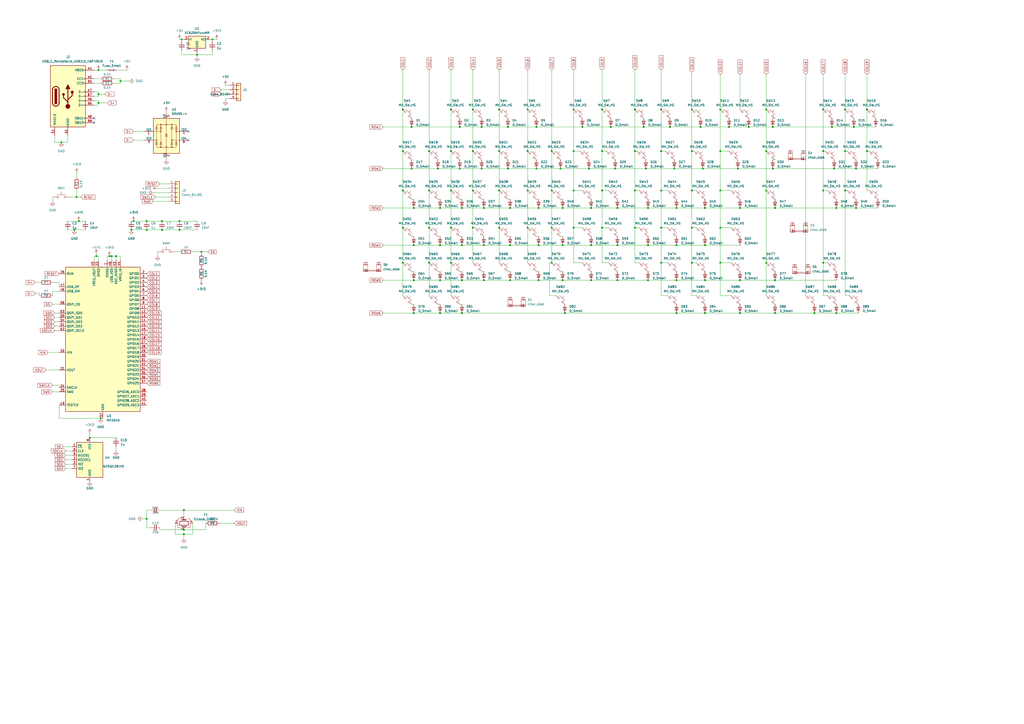
<source format=kicad_sch>
(kicad_sch (version 20231120) (generator "eeschema") (generator_version "8.0")
  (paper "A2")
  (lib_symbols
    (symbol "Connector:USB_C_Receptacle_USB2.0_16P" (pin_names (offset 1.016))
      (property "Reference" "J" (at 0 22.225 0))
      (property "Value" "USB_C_Receptacle_USB2.0_16P" (at 0 19.685 0))
      (symbol "USB_C_Receptacle_USB2.0_16P_1_1"
        (pin passive line (at 0 -22.86 90) (length 5.08) (name "GND") (number "A1"))
        (pin passive line (at 0 -22.86 90) (length 5.08) hide (name "GND") (number "A12"))
        (pin passive line (at 15.24 15.24 180) (length 5.08) (name "VBUS") (number "A4"))
        (pin bidirectional line (at 15.24 10.16 180) (length 5.08) (name "CC1") (number "A5"))
        (pin bidirectional line (at 15.24 -2.54 180) (length 5.08) (name "D+") (number "A6"))
        (pin bidirectional line (at 15.24 2.54 180) (length 5.08) (name "D-") (number "A7"))
        (pin bidirectional line (at 15.24 -12.7 180) (length 5.08) (name "SBU1") (number "A8"))
        (pin passive line (at 15.24 15.24 180) (length 5.08) hide (name "VBUS") (number "A9"))
        (pin passive line (at 0 -22.86 90) (length 5.08) hide (name "GND") (number "B1"))
        (pin passive line (at 0 -22.86 90) (length 5.08) hide (name "GND") (number "B12"))
        (pin passive line (at 15.24 15.24 180) (length 5.08) hide (name "VBUS") (number "B4"))
        (pin bidirectional line (at 15.24 7.62 180) (length 5.08) (name "CC2") (number "B5"))
        (pin bidirectional line (at 15.24 -5.08 180) (length 5.08) (name "D+") (number "B6"))
        (pin bidirectional line (at 15.24 0 180) (length 5.08) (name "D-") (number "B7"))
        (pin bidirectional line (at 15.24 -15.24 180) (length 5.08) (name "SBU2") (number "B8"))
        (pin passive line (at 15.24 15.24 180) (length 5.08) hide (name "VBUS") (number "B9"))
        (pin passive line (at -7.62 -22.86 90) (length 5.08) (name "SHIELD") (number "S1"))
      )
    )
    (symbol "Connector_Generic:Conn_01x04" (pin_names (offset 1.016) hide)
      (property "Reference" "J" (at 0 5.08 0))
      (property "Value" "Conn_01x04" (at 0 -7.62 0))
      (symbol "Conn_01x04_1_1"
        (pin passive line (at -5.08 2.54 0) (length 3.81) (name "Pin_1") (number "1"))
        (pin passive line (at -5.08 0 0) (length 3.81) (name "Pin_2") (number "2"))
        (pin passive line (at -5.08 -2.54 0) (length 3.81) (name "Pin_3") (number "3"))
        (pin passive line (at -5.08 -5.08 0) (length 3.81) (name "Pin_4") (number "4"))
      )
    )
    (symbol "Connector_Generic:Conn_01x05" (pin_names (offset 1.016) hide)
      (property "Reference" "J" (at 0 7.62 0))
      (property "Value" "Conn_01x05" (at 0 -7.62 0))
      (symbol "Conn_01x05_1_1"
        (pin passive line (at -5.08 5.08 0) (length 3.81) (name "Pin_1") (number "1"))
        (pin passive line (at -5.08 2.54 0) (length 3.81) (name "Pin_2") (number "2"))
        (pin passive line (at -5.08 0 0) (length 3.81) (name "Pin_3") (number "3"))
        (pin passive line (at -5.08 -2.54 0) (length 3.81) (name "Pin_4") (number "4"))
        (pin passive line (at -5.08 -5.08 0) (length 3.81) (name "Pin_5") (number "5"))
      )
    )
    (symbol "Device:C_Small" (pin_numbers hide) (pin_names (offset 0.254) hide)
      (property "Reference" "C" (at 0.254 1.778 0))
      (property "Value" "C_Small" (at 0.254 -2.032 0))
      (symbol "C_Small_1_1"
        (pin passive line (at 0 2.54 270) (length 2.032) (name "~") (number "1"))
        (pin passive line (at 0 -2.54 90) (length 2.032) (name "~") (number "2"))
      )
    )
    (symbol "Device:Crystal_GND24" (pin_names (offset 1.016) hide)
      (property "Reference" "Y" (at 3.175 5.08 0))
      (property "Value" "Crystal_GND24" (at 3.175 3.175 0))
      (symbol "Crystal_GND24_1_1"
        (pin passive line (at -3.81 0 0) (length 1.27) (name "1") (number "1"))
        (pin passive line (at 0 5.08 270) (length 1.27) (name "2") (number "2"))
        (pin passive line (at 3.81 0 180) (length 1.27) (name "3") (number "3"))
        (pin passive line (at 0 -5.08 90) (length 1.27) (name "4") (number "4"))
      )
    )
    (symbol "Device:D_Small" (pin_numbers hide) (pin_names (offset 0.254) hide)
      (property "Reference" "D" (at -1.27 2.032 0))
      (property "Value" "D_Small" (at -3.81 -2.032 0))
      (symbol "D_Small_1_1"
        (pin passive line (at -2.54 0 0) (length 1.778) (name "K") (number "1"))
        (pin passive line (at 2.54 0 180) (length 1.778) (name "A") (number "2"))
      )
    )
    (symbol "Device:Fuse_Small" (pin_numbers hide) (pin_names (offset 0.254) hide)
      (property "Reference" "F" (at 0 -1.524 0))
      (property "Value" "Fuse_Small" (at 0 1.524 0))
      (symbol "Fuse_Small_1_1"
        (pin passive line (at -2.54 0 0) (length 1.27) (name "~") (number "1"))
        (pin passive line (at 2.54 0 180) (length 1.27) (name "~") (number "2"))
      )
    )
    (symbol "Device:R" (pin_numbers hide) (pin_names (offset 0))
      (property "Reference" "R" (at 2.032 0 90))
      (property "Value" "R" (at 0 0 90))
      (symbol "R_1_1"
        (pin passive line (at 0 3.81 270) (length 1.27) (name "~") (number "1"))
        (pin passive line (at 0 -3.81 90) (length 1.27) (name "~") (number "2"))
      )
    )
    (symbol "MCU_RaspberryPi:RP2040"
      (property "Reference" "U" (at 17.78 45.72 0))
      (property "Value" "RP2040" (at 17.78 43.18 0))
      (symbol "RP2040_1_1"
        (pin power_in line (at 2.54 45.72 270) (length 3.81) (name "IOVDD") (number "1"))
        (pin passive line (at 2.54 45.72 270) (length 3.81) hide (name "IOVDD") (number "10"))
        (pin bidirectional line (at 25.4 17.78 180) (length 3.81) (name "GPIO8") (number "11"))
        (pin bidirectional line (at 25.4 15.24 180) (length 3.81) (name "GPIO9") (number "12"))
        (pin bidirectional line (at 25.4 12.7 180) (length 3.81) (name "GPIO10") (number "13"))
        (pin bidirectional line (at 25.4 10.16 180) (length 3.81) (name "GPIO11") (number "14"))
        (pin bidirectional line (at 25.4 7.62 180) (length 3.81) (name "GPIO12") (number "15"))
        (pin bidirectional line (at 25.4 5.08 180) (length 3.81) (name "GPIO13") (number "16"))
        (pin bidirectional line (at 25.4 2.54 180) (length 3.81) (name "GPIO14") (number "17"))
        (pin bidirectional line (at 25.4 0 180) (length 3.81) (name "GPIO15") (number "18"))
        (pin input line (at -25.4 -38.1 0) (length 3.81) (name "TESTEN") (number "19"))
        (pin bidirectional line (at 25.4 38.1 180) (length 3.81) (name "GPIO0") (number "2"))
        (pin input line (at -25.4 -7.62 0) (length 3.81) (name "XIN") (number "20"))
        (pin passive line (at -25.4 -17.78 0) (length 3.81) (name "XOUT") (number "21"))
        (pin passive line (at 2.54 45.72 270) (length 3.81) hide (name "IOVDD") (number "22"))
        (pin power_in line (at -2.54 45.72 270) (length 3.81) (name "DVDD") (number "23"))
        (pin input line (at -25.4 -27.94 0) (length 3.81) (name "SWCLK") (number "24"))
        (pin bidirectional line (at -25.4 -30.48 0) (length 3.81) (name "SWD") (number "25"))
        (pin input line (at -25.4 38.1 0) (length 3.81) (name "RUN") (number "26"))
        (pin bidirectional line (at 25.4 -2.54 180) (length 3.81) (name "GPIO16") (number "27"))
        (pin bidirectional line (at 25.4 -5.08 180) (length 3.81) (name "GPIO17") (number "28"))
        (pin bidirectional line (at 25.4 -7.62 180) (length 3.81) (name "GPIO18") (number "29"))
        (pin bidirectional line (at 25.4 35.56 180) (length 3.81) (name "GPIO1") (number "3"))
        (pin bidirectional line (at 25.4 -10.16 180) (length 3.81) (name "GPIO19") (number "30"))
        (pin bidirectional line (at 25.4 -12.7 180) (length 3.81) (name "GPIO20") (number "31"))
        (pin bidirectional line (at 25.4 -15.24 180) (length 3.81) (name "GPIO21") (number "32"))
        (pin passive line (at 2.54 45.72 270) (length 3.81) hide (name "IOVDD") (number "33"))
        (pin bidirectional line (at 25.4 -17.78 180) (length 3.81) (name "GPIO22") (number "34"))
        (pin bidirectional line (at 25.4 -20.32 180) (length 3.81) (name "GPIO23") (number "35"))
        (pin bidirectional line (at 25.4 -22.86 180) (length 3.81) (name "GPIO24") (number "36"))
        (pin bidirectional line (at 25.4 -25.4 180) (length 3.81) (name "GPIO25") (number "37"))
        (pin bidirectional line (at 25.4 -30.48 180) (length 3.81) (name "GPIO26_ADC0") (number "38"))
        (pin bidirectional line (at 25.4 -33.02 180) (length 3.81) (name "GPIO27_ADC1") (number "39"))
        (pin bidirectional line (at 25.4 33.02 180) (length 3.81) (name "GPIO2") (number "4"))
        (pin bidirectional line (at 25.4 -35.56 180) (length 3.81) (name "GPIO28_ADC2") (number "40"))
        (pin bidirectional line (at 25.4 -38.1 180) (length 3.81) (name "GPIO29_ADC3") (number "41"))
        (pin passive line (at 2.54 45.72 270) (length 3.81) hide (name "IOVDD") (number "42"))
        (pin power_in line (at 7.62 45.72 270) (length 3.81) (name "ADC_AVDD") (number "43"))
        (pin power_in line (at 10.16 45.72 270) (length 3.81) (name "VREG_IN") (number "44"))
        (pin power_out line (at -5.08 45.72 270) (length 3.81) (name "VREG_VOUT") (number "45"))
        (pin bidirectional line (at -25.4 27.94 0) (length 3.81) (name "USB_DM") (number "46"))
        (pin bidirectional line (at -25.4 30.48 0) (length 3.81) (name "USB_DP") (number "47"))
        (pin power_in line (at 5.08 45.72 270) (length 3.81) (name "USB_VDD") (number "48"))
        (pin passive line (at 2.54 45.72 270) (length 3.81) hide (name "IOVDD") (number "49"))
        (pin bidirectional line (at 25.4 30.48 180) (length 3.81) (name "GPIO3") (number "5"))
        (pin passive line (at -2.54 45.72 270) (length 3.81) hide (name "DVDD") (number "50"))
        (pin bidirectional line (at -25.4 7.62 0) (length 3.81) (name "QSPI_SD3") (number "51"))
        (pin output line (at -25.4 5.08 0) (length 3.81) (name "QSPI_SCLK") (number "52"))
        (pin bidirectional line (at -25.4 15.24 0) (length 3.81) (name "QSPI_SD0") (number "53"))
        (pin bidirectional line (at -25.4 10.16 0) (length 3.81) (name "QSPI_SD2") (number "54"))
        (pin bidirectional line (at -25.4 12.7 0) (length 3.81) (name "QSPI_SD1") (number "55"))
        (pin bidirectional line (at -25.4 20.32 0) (length 3.81) (name "QSPI_SS") (number "56"))
        (pin power_in line (at 0 -45.72 90) (length 3.81) (name "GND") (number "57"))
        (pin bidirectional line (at 25.4 27.94 180) (length 3.81) (name "GPIO4") (number "6"))
        (pin bidirectional line (at 25.4 25.4 180) (length 3.81) (name "GPIO5") (number "7"))
        (pin bidirectional line (at 25.4 22.86 180) (length 3.81) (name "GPIO6") (number "8"))
        (pin bidirectional line (at 25.4 20.32 180) (length 3.81) (name "GPIO7") (number "9"))
      )
    )
    (symbol "Memory_Flash:W25Q128JVS"
      (property "Reference" "U" (at -6.35 11.43 0))
      (property "Value" "W25Q128JVS" (at 7.62 11.43 0))
      (symbol "W25Q128JVS_1_1"
        (pin input line (at -10.16 7.62 0) (length 2.54) (name "~{CS}") (number "1"))
        (pin bidirectional line (at -10.16 0 0) (length 2.54) (name "DO(IO1)") (number "2"))
        (pin bidirectional line (at -10.16 -2.54 0) (length 2.54) (name "IO2") (number "3"))
        (pin power_in line (at 0 -12.7 90) (length 2.54) (name "GND") (number "4"))
        (pin bidirectional line (at -10.16 2.54 0) (length 2.54) (name "DI(IO0)") (number "5"))
        (pin input line (at -10.16 5.08 0) (length 2.54) (name "CLK") (number "6"))
        (pin bidirectional line (at -10.16 -5.08 0) (length 2.54) (name "IO3") (number "7"))
        (pin power_in line (at 0 12.7 270) (length 2.54) (name "VCC") (number "8"))
      )
    )
    (symbol "PCM_marbastlib-choc:choc_stab" (pin_names (offset 1.016))
      (property "Reference" "S" (at -5.08 6.35 0))
      (property "Value" "choc_stab" (at -5.08 3.81 0))
    )
    (symbol "PCM_marbastlib-mx:MX_SW_HS_CPG151101S11" (pin_numbers hide) (pin_names (offset 1.016) hide)
      (property "Reference" "MX" (at 3.048 1.016 0))
      (property "Value" "MX_SW_HS" (at 0 -3.81 0))
      (symbol "MX_SW_HS_CPG151101S11_0_1"
        (pin passive line (at -2.54 2.54 0) (length 0) (name "1") (number "1"))
        (pin passive line (at 2.54 -2.54 180) (length 0) (name "2") (number "2"))
      )
    )
    (symbol "Power_Protection:SRV05-4" (pin_names (offset 0))
      (property "Reference" "U" (at -5.08 11.43 0))
      (property "Value" "SRV05-4" (at 2.54 11.43 0))
      (symbol "SRV05-4_1_1"
        (pin passive line (at -12.7 2.54 0) (length 5.08) (name "IO1") (number "1"))
        (pin passive line (at 0 -12.7 90) (length 2.54) (name "VN") (number "2"))
        (pin passive line (at -12.7 -2.54 0) (length 5.08) (name "IO2") (number "3"))
        (pin passive line (at 12.7 2.54 180) (length 5.08) (name "IO3") (number "4"))
        (pin passive line (at 0 12.7 270) (length 2.54) (name "VP") (number "5"))
        (pin passive line (at 12.7 -2.54 180) (length 5.08) (name "IO4") (number "6"))
      )
    )
    (symbol "Regulator_Linear:XC6206PxxxMR" (pin_names (offset 0.254))
      (property "Reference" "U" (at -3.81 3.175 0))
      (property "Value" "XC6206PxxxMR" (at 0 3.175 0))
      (symbol "XC6206PxxxMR_1_1"
        (pin power_in line (at 0 -7.62 90) (length 2.54) (name "GND") (number "1"))
        (pin power_out line (at 7.62 0 180) (length 2.54) (name "VO") (number "2"))
        (pin power_in line (at -7.62 0 0) (length 2.54) (name "VI") (number "3"))
      )
    )
    (symbol "Switch:SW_Push" (pin_numbers hide) (pin_names (offset 1.016) hide)
      (property "Reference" "SW" (at 1.27 2.54 0))
      (property "Value" "SW_Push" (at 0 -1.524 0))
      (symbol "SW_Push_0_1"
        (pin passive line (at -5.08 0 0) (length 2.54) (name "1") (number "1"))
        (pin passive line (at 5.08 0 180) (length 2.54) (name "2") (number "2"))
      )
    )
    (symbol "power:+3V3" (power) (pin_numbers hide) (pin_names (offset 0) hide)
      (property "Value" "+3V3" (at 0 3.556 0))
      (symbol "+3V3_1_1"
        (pin power_in line (at 0 0 90) (length 0) (name "~") (number "1"))
      )
    )
    (symbol "power:+5V" (power) (pin_numbers hide) (pin_names (offset 0) hide)
      (property "Value" "+5V" (at 0 3.556 0))
      (symbol "+5V_1_1"
        (pin power_in line (at 0 0 90) (length 0) (name "~") (number "1"))
      )
    )
    (symbol "power:GND" (power) (pin_numbers hide) (pin_names (offset 0) hide)
      (property "Value" "GND" (at 0 -3.81 0))
      (symbol "GND_1_1"
        (pin power_in line (at 0 0 270) (length 0) (name "~") (number "1"))
      )
    )
    (symbol "power:VBUS" (power) (pin_numbers hide) (pin_names (offset 0) hide)
      (property "Value" "VBUS" (at 0 3.556 0))
      (symbol "VBUS_1_1"
        (pin power_in line (at 0 0 90) (length 0) (name "~") (number "1"))
      )
    )
  )
  (junction (at 401.32 132.08))
  (junction (at 358.14 120.65))
  (junction (at 477.52 110.49))
  (junction (at 495.3 73.66))
  (junction (at 116.84 146.05))
  (junction (at 44.45 114.3))
  (junction (at 406.4 73.66))
  (junction (at 279.4 73.66))
  (junction (at 280.67 142.24))
  (junction (at 483.87 97.79))
  (junction (at 248.92 110.49))
  (junction (at 123.19 22.86))
  (junction (at 294.64 97.79))
  (junction (at 289.56 110.49))
  (junction (at 320.04 152.4))
  (junction (at 267.97 181.61))
  (junction (at 104.14 133.35))
  (junction (at 502.92 87.63))
  (junction (at 261.62 132.08))
  (junction (at 240.03 181.61))
  (junction (at 267.97 120.65))
  (junction (at 337.82 73.66))
  (junction (at 274.32 132.08))
  (junction (at 255.27 120.65))
  (junction (at 295.91 162.56))
  (junction (at 444.5 110.49))
  (junction (at 280.67 120.65))
  (junction (at 57.15 40.64))
  (junction (at 392.43 120.65))
  (junction (at 496.57 120.65))
  (junction (at 429.26 120.65))
  (junction (at 502.92 63.5))
  (junction (at 76.2 133.35))
  (junction (at 326.39 162.56))
  (junction (at 43.18 133.35))
  (junction (at 349.25 132.08))
  (junction (at 342.9 142.24))
  (junction (at 106.68 309.88))
  (junction (at 240.03 162.56))
  (junction (at 427.99 97.79))
  (junction (at 320.04 87.63))
  (junction (at 358.14 142.24))
  (junction (at 444.5 152.4))
  (junction (at 408.94 181.61))
  (junction (at 104.14 128.27))
  (junction (at 449.58 120.65))
  (junction (at 332.74 87.63))
  (junction (at 383.54 152.4))
  (junction (at 477.52 63.5))
  (junction (at 248.92 132.08))
  (junction (at 85.09 128.27))
  (junction (at 105.41 22.86))
  (junction (at 401.32 63.5))
  (junction (at 261.62 152.4))
  (junction (at 63.5 148.59))
  (junction (at 311.15 97.79))
  (junction (at 267.97 162.56))
  (junction (at 392.43 181.61))
  (junction (at 274.32 63.5))
  (junction (at 55.88 148.59))
  (junction (at 320.04 110.49))
  (junction (at 280.67 162.56))
  (junction (at 254 97.79))
  (junction (at 448.31 97.79))
  (junction (at 240.03 120.65))
  (junction (at 401.32 110.49))
  (junction (at 356.87 97.79))
  (junction (at 261.62 63.5))
  (junction (at 67.31 148.59))
  (junction (at 477.52 152.4))
  (junction (at 233.68 152.4))
  (junction (at 233.68 87.63))
  (junction (at 448.31 73.66))
  (junction (at 490.22 110.49))
  (junction (at 496.57 97.79))
  (junction (at 444.5 63.5))
  (junction (at 332.74 132.08))
  (junction (at 57.15 54.61))
  (junction (at 248.92 87.63))
  (junction (at 407.67 97.79))
  (junction (at 64.77 148.59))
  (junction (at 261.62 87.63))
  (junction (at 106.68 307.34))
  (junction (at 408.94 162.56))
  (junction (at 392.43 142.24))
  (junction (at 306.07 63.5))
  (junction (at 295.91 120.65))
  (junction (at 490.22 63.5))
  (junction (at 485.14 181.61))
  (junction (at 490.22 87.63))
  (junction (at 341.63 97.79))
  (junction (at 255.27 181.61))
  (junction (at 375.92 142.24))
  (junction (at 354.33 73.66))
  (junction (at 401.32 87.63))
  (junction (at 294.64 73.66))
  (junction (at 93.98 128.27))
  (junction (at 114.3 31.75))
  (junction (at 58.42 242.57))
  (junction (at 289.56 132.08))
  (junction (at 472.44 181.61))
  (junction (at 306.07 87.63))
  (junction (at 238.76 73.66))
  (junction (at 449.58 181.61))
  (junction (at 417.83 132.08))
  (junction (at 349.25 63.5))
  (junction (at 85.09 133.35))
  (junction (at 388.62 73.66))
  (junction (at 306.07 110.49))
  (junction (at 312.42 120.65))
  (junction (at 233.68 110.49))
  (junction (at 375.92 162.56))
  (junction (at 289.56 63.5))
  (junction (at 391.16 97.79))
  (junction (at 368.3 63.5))
  (junction (at 434.34 73.66))
  (junction (at 240.03 142.24))
  (junction (at 429.26 162.56))
  (junction (at 326.39 120.65))
  (junction (at 422.91 73.66))
  (junction (at 477.52 87.63))
  (junction (at 279.4 97.79))
  (junction (at 93.98 133.35))
  (junction (at 408.94 142.24))
  (junction (at 408.94 120.65))
  (junction (at 349.25 110.49))
  (junction (at 358.14 162.56))
  (junction (at 306.07 132.08))
  (junction (at 332.74 63.5))
  (junction (at 295.91 142.24))
  (junction (at 238.76 97.79))
  (junction (at 429.26 181.61))
  (junction (at 312.42 162.56))
  (junction (at 401.32 152.4))
  (junction (at 374.65 97.79))
  (junction (at 383.54 110.49))
  (junction (at 449.58 162.56))
  (junction (at 69.85 46.99))
  (junction (at 274.32 87.63))
  (junction (at 417.83 87.63))
  (junction (at 383.54 63.5))
  (junction (at 311.15 73.66))
  (junction (at 274.32 110.49))
  (junction (at 373.38 73.66))
  (junction (at 326.39 142.24))
  (junction (at 332.74 110.49))
  (junction (at 289.56 87.63))
  (junction (at 320.04 132.08))
  (junction (at 383.54 132.08))
  (junction (at 255.27 142.24))
  (junction (at 233.68 63.5))
  (junction (at 77.47 128.27))
  (junction (at 485.14 120.65))
  (junction (at 342.9 120.65))
  (junction (at 261.62 110.49))
  (junction (at 57.15 59.69))
  (junction (at 417.83 63.5))
  (junction (at 368.3 110.49))
  (junction (at 325.12 97.79))
  (junction (at 368.3 87.63))
  (junction (at 267.97 142.24))
  (junction (at 233.68 132.08))
  (junction (at 444.5 87.63))
  (junction (at 52.07 254))
  (junction (at 248.92 152.4))
  (junction (at 342.9 162.56))
  (junction (at 35.56 82.55))
  (junction (at 349.25 87.63))
  (junction (at 368.3 132.08))
  (junction (at 85.09 300.99))
  (junction (at 392.43 162.56))
  (junction (at 106.68 295.91))
  (junction (at 45.72 128.27))
  (junction (at 327.66 181.61))
  (junction (at 266.7 97.79))
  (junction (at 417.83 110.49))
  (junction (at 266.7 73.66))
  (junction (at 375.92 120.65))
  (junction (at 255.27 162.56))
  (junction (at 417.83 152.4))
  (junction (at 482.6 73.66))
  (junction (at 312.42 142.24))
  (junction (at 383.54 87.63))
  (no_connect (at 109.22 81.28))
  (no_connect (at 54.61 71.12))
  (no_connect (at 54.61 68.58))
  (no_connect (at 109.22 76.2))
  (wire (pts (xy 311.15 73.66) (xy 337.82 73.66)))
  (wire (pts (xy 368.3 132.08) (xy 368.3 152.4)))
  (wire (pts (xy 233.68 40.64) (xy 233.68 63.5)))
  (wire (pts (xy 490.22 87.63) (xy 490.22 110.49)))
  (wire (pts (xy 391.16 97.79) (xy 407.67 97.79)))
  (wire (pts (xy 58.42 242.57) (xy 34.29 242.57)))
  (wire (pts (xy 318.77 152.4) (xy 320.04 152.4)))
  (wire (pts (xy 472.44 181.61) (xy 485.14 181.61)))
  (wire (pts (xy 490.22 43.18) (xy 490.22 63.5)))
  (wire (pts (xy 123.19 22.86) (xy 125.73 22.86)))
  (wire (pts (xy 311.15 115.57) (xy 312.42 115.57)))
  (wire (pts (xy 104.14 133.35) (xy 114.3 133.35)))
  (wire (pts (xy 294.64 115.57) (xy 295.91 115.57)))
  (wire (pts (xy 274.32 87.63) (xy 274.32 110.49)))
  (wire (pts (xy 69.85 45.72) (xy 66.04 45.72)))
  (wire (pts (xy 66.04 48.26) (xy 69.85 48.26)))
  (wire (pts (xy 383.54 40.64) (xy 383.54 63.5)))
  (wire (pts (xy 311.15 137.16) (xy 312.42 137.16)))
  (wire (pts (xy 222.25 181.61) (xy 240.03 181.61)))
  (wire (pts (xy 54.61 58.42) (xy 57.15 58.42)))
  (wire (pts (xy 444.5 43.18) (xy 444.5 63.5)))
  (wire (pts (xy 401.32 152.4) (xy 401.32 171.45)))
  (wire (pts (xy 267.97 142.24) (xy 280.67 142.24)))
  (wire (pts (xy 248.92 152.4) (xy 248.92 171.45)))
  (wire (pts (xy 342.9 120.65) (xy 358.14 120.65)))
  (wire (pts (xy 76.2 133.35) (xy 85.09 133.35)))
  (wire (pts (xy 54.61 53.34) (xy 57.15 53.34)))
  (wire (pts (xy 222.25 162.56) (xy 240.03 162.56)))
  (wire (pts (xy 34.29 242.57) (xy 34.29 234.95)))
  (wire (pts (xy 341.63 97.79) (xy 356.87 97.79)))
  (wire (pts (xy 342.9 162.56) (xy 358.14 162.56)))
  (wire (pts (xy 67.31 148.59) (xy 64.77 148.59)))
  (wire (pts (xy 88.9 111.76) (xy 97.79 111.76)))
  (wire (pts (xy 449.58 68.58) (xy 448.31 68.58)))
  (wire (pts (xy 477.52 171.45) (xy 480.06 171.45)))
  (wire (pts (xy 30.48 227.33) (xy 34.29 227.33)))
  (wire (pts (xy 349.25 63.5) (xy 349.25 87.63)))
  (wire (pts (xy 127 303.53) (xy 135.89 303.53)))
  (wire (pts (xy 267.97 162.56) (xy 280.67 162.56)))
  (wire (pts (xy 67.31 40.64) (xy 73.66 40.64)))
  (wire (pts (xy 332.74 110.49) (xy 337.82 110.49)))
  (wire (pts (xy 67.31 148.59) (xy 67.31 151.13)))
  (wire (pts (xy 289.56 132.08) (xy 289.56 152.4)))
  (wire (pts (xy 27.94 204.47) (xy 34.29 204.47)))
  (wire (pts (xy 31.75 186.69) (xy 34.29 186.69)))
  (wire (pts (xy 295.91 120.65) (xy 312.42 120.65)))
  (wire (pts (xy 306.07 40.64) (xy 306.07 63.5)))
  (wire (pts (xy 77.47 128.27) (xy 85.09 128.27)))
  (wire (pts (xy 105.41 22.86) (xy 105.41 24.13)))
  (wire (pts (xy 368.3 110.49) (xy 370.84 110.49)))
  (wire (pts (xy 502.92 110.49) (xy 504.19 110.49)))
  (wire (pts (xy 368.3 63.5) (xy 368.3 87.63)))
  (wire (pts (xy 55.88 148.59) (xy 57.15 148.59)))
  (wire (pts (xy 57.15 59.69) (xy 62.23 59.69)))
  (wire (pts (xy 39.37 78.74) (xy 39.37 82.55)))
  (wire (pts (xy 88.9 116.84) (xy 97.79 116.84)))
  (wire (pts (xy 401.32 41.91) (xy 401.32 63.5)))
  (wire (pts (xy 93.98 133.35) (xy 104.14 133.35)))
  (wire (pts (xy 477.52 110.49) (xy 477.52 152.4)))
  (wire (pts (xy 374.65 97.79) (xy 391.16 97.79)))
  (wire (pts (xy 105.41 29.21) (xy 105.41 31.75)))
  (wire (pts (xy 327.66 181.61) (xy 392.43 181.61)))
  (wire (pts (xy 34.29 223.52) (xy 34.29 224.79)))
  (wire (pts (xy 254 157.48) (xy 255.27 157.48)))
  (wire (pts (xy 44.45 100.33) (xy 44.45 102.87)))
  (wire (pts (xy 417.83 110.49) (xy 417.83 132.08)))
  (wire (pts (xy 279.4 115.57) (xy 280.67 115.57)))
  (wire (pts (xy 267.97 120.65) (xy 280.67 120.65)))
  (wire (pts (xy 295.91 162.56) (xy 312.42 162.56)))
  (wire (pts (xy 280.67 142.24) (xy 295.91 142.24)))
  (wire (pts (xy 240.03 162.56) (xy 255.27 162.56)))
  (wire (pts (xy 248.92 132.08) (xy 248.92 152.4)))
  (wire (pts (xy 388.62 73.66) (xy 406.4 73.66)))
  (wire (pts (xy 34.29 163.83) (xy 34.29 166.37)))
  (wire (pts (xy 123.19 29.21) (xy 123.19 31.75)))
  (wire (pts (xy 45.72 128.27) (xy 49.53 128.27)))
  (wire (pts (xy 22.86 171.45) (xy 22.86 170.18)))
  (wire (pts (xy 392.43 120.65) (xy 408.94 120.65)))
  (wire (pts (xy 238.76 97.79) (xy 254 97.79)))
  (wire (pts (xy 254 137.16) (xy 255.27 137.16)))
  (wire (pts (xy 332.74 87.63) (xy 332.74 110.49)))
  (wire (pts (xy 261.62 87.63) (xy 261.62 110.49)))
  (wire (pts (xy 373.38 73.66) (xy 388.62 73.66)))
  (wire (pts (xy 294.64 157.48) (xy 295.91 157.48)))
  (wire (pts (xy 325.12 137.16) (xy 326.39 137.16)))
  (wire (pts (xy 312.42 162.56) (xy 326.39 162.56)))
  (wire (pts (xy 44.45 110.49) (xy 44.45 114.3)))
  (wire (pts (xy 417.83 43.18) (xy 417.83 63.5)))
  (wire (pts (xy 349.25 40.64) (xy 349.25 63.5)))
  (wire (pts (xy 254 176.53) (xy 255.27 176.53)))
  (wire (pts (xy 222.25 120.65) (xy 240.03 120.65)))
  (wire (pts (xy 106.68 295.91) (xy 135.89 295.91)))
  (wire (pts (xy 105.41 31.75) (xy 114.3 31.75)))
  (wire (pts (xy 496.57 97.79) (xy 509.27 97.79)))
  (wire (pts (xy 274.32 40.64) (xy 274.32 63.5)))
  (wire (pts (xy 332.74 132.08) (xy 332.74 152.4)))
  (wire (pts (xy 326.39 142.24) (xy 342.9 142.24)))
  (wire (pts (xy 417.83 87.63) (xy 417.83 110.49)))
  (wire (pts (xy 38.1 269.24) (xy 41.91 269.24)))
  (wire (pts (xy 401.32 110.49) (xy 401.32 132.08)))
  (wire (pts (xy 274.32 110.49) (xy 274.32 132.08)))
  (wire (pts (xy 383.54 132.08) (xy 387.35 132.08)))
  (wire (pts (xy 289.56 110.49) (xy 289.56 132.08)))
  (wire (pts (xy 31.75 78.74) (xy 31.75 82.55)))
  (wire (pts (xy 57.15 148.59) (xy 57.15 151.13)))
  (wire (pts (xy 20.32 163.83) (xy 22.86 163.83)))
  (wire (pts (xy 383.54 171.45) (xy 387.35 171.45)))
  (wire (pts (xy 280.67 162.56) (xy 295.91 162.56)))
  (wire (pts (xy 289.56 63.5) (xy 289.56 87.63)))
  (wire (pts (xy 320.04 110.49) (xy 320.04 132.08)))
  (wire (pts (xy 238.76 137.16) (xy 240.03 137.16)))
  (wire (pts (xy 248.92 87.63) (xy 248.92 110.49)))
  (wire (pts (xy 289.56 87.63) (xy 289.56 110.49)))
  (wire (pts (xy 77.47 81.28) (xy 83.82 81.28)))
  (wire (pts (xy 320.04 132.08) (xy 320.04 152.4)))
  (wire (pts (xy 417.83 132.08) (xy 424.18 132.08)))
  (wire (pts (xy 318.77 171.45) (xy 322.58 171.45)))
  (wire (pts (xy 90.17 114.3) (xy 97.79 114.3)))
  (wire (pts (xy 274.32 63.5) (xy 274.32 87.63)))
  (wire (pts (xy 383.54 110.49) (xy 383.54 132.08)))
  (wire (pts (xy 57.15 60.96) (xy 54.61 60.96)))
  (wire (pts (xy 119.38 303.53) (xy 119.38 307.34)))
  (wire (pts (xy 502.92 87.63) (xy 502.92 110.49)))
  (wire (pts (xy 320.04 40.64) (xy 320.04 87.63)))
  (wire (pts (xy 38.1 266.7) (xy 41.91 266.7)))
  (wire (pts (xy 116.84 146.05) (xy 116.84 147.32)))
  (wire (pts (xy 30.48 176.53) (xy 34.29 176.53)))
  (wire (pts (xy 240.03 120.65) (xy 255.27 120.65)))
  (wire (pts (xy 106.68 309.88) (xy 106.68 312.42)))
  (wire (pts (xy 337.82 73.66) (xy 354.33 73.66)))
  (wire (pts (xy 30.48 114.3) (xy 30.48 116.84)))
  (wire (pts (xy 368.3 152.4) (xy 370.84 152.4)))
  (wire (pts (xy 255.27 162.56) (xy 267.97 162.56)))
  (wire (pts (xy 111.76 303.53) (xy 111.76 309.88)))
  (wire (pts (xy 429.26 43.18) (xy 429.26 63.5)))
  (wire (pts (xy 30.48 223.52) (xy 34.29 223.52)))
  (wire (pts (xy 233.68 110.49) (xy 233.68 132.08)))
  (wire (pts (xy 449.58 92.71) (xy 448.31 92.71)))
  (wire (pts (xy 39.37 133.35) (xy 43.18 133.35)))
  (wire (pts (xy 306.07 63.5) (xy 306.07 87.63)))
  (wire (pts (xy 406.4 73.66) (xy 422.91 73.66)))
  (wire (pts (xy 294.64 137.16) (xy 295.91 137.16)))
  (wire (pts (xy 105.41 22.86) (xy 106.68 22.86)))
  (wire (pts (xy 91.44 109.22) (xy 97.79 109.22)))
  (wire (pts (xy 40.64 114.3) (xy 44.45 114.3)))
  (wire (pts (xy 64.77 148.59) (xy 64.77 151.13)))
  (wire (pts (xy 92.71 295.91) (xy 106.68 295.91)))
  (wire (pts (xy 92.71 106.68) (xy 97.79 106.68)))
  (wire (pts (xy 401.32 110.49) (xy 403.86 110.49)))
  (wire (pts (xy 326.39 120.65) (xy 342.9 120.65)))
  (wire (pts (xy 477.52 152.4) (xy 480.06 152.4)))
  (wire (pts (xy 261.62 40.64) (xy 261.62 63.5)))
  (wire (pts (xy 222.25 142.24) (xy 240.03 142.24)))
  (wire (pts (xy 62.23 148.59) (xy 62.23 151.13)))
  (wire (pts (xy 76.2 128.27) (xy 77.47 128.27)))
  (wire (pts (xy 39.37 82.55) (xy 35.56 82.55)))
  (wire (pts (xy 57.15 54.61) (xy 57.15 53.34)))
  (wire (pts (xy 128.27 54.61) (xy 133.35 54.61)))
  (wire (pts (xy 449.58 181.61) (xy 472.44 181.61)))
  (wire (pts (xy 332.74 132.08) (xy 337.82 132.08)))
  (wire (pts (xy 93.98 128.27) (xy 104.14 128.27)))
  (wire (pts (xy 383.54 63.5) (xy 383.54 87.63)))
  (wire (pts (xy 233.68 63.5) (xy 233.68 87.63)))
  (wire (pts (xy 349.25 110.49) (xy 349.25 132.08)))
  (wire (pts (xy 128.27 52.07) (xy 133.35 52.07)))
  (wire (pts (xy 368.3 132.08) (xy 370.84 132.08)))
  (wire (pts (xy 368.3 40.64) (xy 368.3 63.5)))
  (wire (pts (xy 417.83 110.49) (xy 424.18 110.49)))
  (wire (pts (xy 38.1 271.78) (xy 41.91 271.78)))
  (wire (pts (xy 31.75 181.61) (xy 34.29 181.61)))
  (wire (pts (xy 449.58 120.65) (xy 485.14 120.65)))
  (wire (pts (xy 490.22 63.5) (xy 490.22 87.63)))
  (wire (pts (xy 240.03 142.24) (xy 255.27 142.24)))
  (wire (pts (xy 30.48 171.45) (xy 30.48 168.91)))
  (wire (pts (xy 354.33 73.66) (xy 373.38 73.66)))
  (wire (pts (xy 248.92 110.49) (xy 248.92 132.08)))
  (wire (pts (xy 332.74 152.4) (xy 337.82 152.4)))
  (wire (pts (xy 54.61 55.88) (xy 57.15 55.88)))
  (wire (pts (xy 114.3 31.75) (xy 123.19 31.75)))
  (wire (pts (xy 407.67 97.79) (xy 427.99 97.79)))
  (wire (pts (xy 52.07 251.46) (xy 52.07 254)))
  (wire (pts (xy 30.48 168.91) (xy 34.29 168.91)))
  (wire (pts (xy 106.68 309.88) (xy 101.6 309.88)))
  (wire (pts (xy 306.07 110.49) (xy 306.07 132.08)))
  (wire (pts (xy 57.15 58.42) (xy 57.15 59.69)))
  (wire (pts (xy 52.07 254) (xy 67.31 254)))
  (wire (pts (xy 485.14 120.65) (xy 496.57 120.65)))
  (wire (pts (xy 57.15 55.88) (xy 57.15 54.61)))
  (wire (pts (xy 64.77 148.59) (xy 63.5 148.59)))
  (wire (pts (xy 375.92 142.24) (xy 392.43 142.24)))
  (wire (pts (xy 261.62 152.4) (xy 261.62 171.45)))
  (wire (pts (xy 57.15 54.61) (xy 60.96 54.61)))
  (wire (pts (xy 261.62 63.5) (xy 261.62 87.63)))
  (wire (pts (xy 255.27 142.24) (xy 267.97 142.24)))
  (wire (pts (xy 392.43 142.24) (xy 408.94 142.24)))
  (wire (pts (xy 349.25 87.63) (xy 351.79 87.63)))
  (wire (pts (xy 417.83 132.08) (xy 417.83 152.4)))
  (wire (pts (xy 266.7 157.48) (xy 267.97 157.48)))
  (wire (pts (xy 279.4 157.48) (xy 280.67 157.48)))
  (wire (pts (xy 54.61 48.26) (xy 58.42 48.26)))
  (wire (pts (xy 87.63 295.91) (xy 85.09 295.91)))
  (wire (pts (xy 477.52 43.18) (xy 477.52 63.5)))
  (wire (pts (xy 96.52 91.44) (xy 96.52 92.71)))
  (wire (pts (xy 358.14 162.56) (xy 375.92 162.56)))
  (wire (pts (xy 356.87 97.79) (xy 374.65 97.79)))
  (wire (pts (xy 332.74 110.49) (xy 332.74 132.08)))
  (wire (pts (xy 480.06 110.49) (xy 477.52 110.49)))
  (wire (pts (xy 358.14 120.65) (xy 375.92 120.65)))
  (wire (pts (xy 57.15 40.64) (xy 62.23 40.64)))
  (wire (pts (xy 85.09 306.07) (xy 87.63 306.07)))
  (wire (pts (xy 495.3 73.66) (xy 508 73.66)))
  (wire (pts (xy 502.92 87.63) (xy 504.19 87.63)))
  (wire (pts (xy 111.76 309.88) (xy 106.68 309.88)))
  (wire (pts (xy 325.12 97.79) (xy 341.63 97.79)))
  (wire (pts (xy 280.67 120.65) (xy 295.91 120.65)))
  (wire (pts (xy 401.32 87.63) (xy 401.32 110.49)))
  (wire (pts (xy 254 115.57) (xy 255.27 115.57)))
  (wire (pts (xy 240.03 181.61) (xy 255.27 181.61)))
  (wire (pts (xy 31.75 189.23) (xy 34.29 189.23)))
  (wire (pts (xy 332.74 40.64) (xy 332.74 63.5)))
  (wire (pts (xy 31.75 184.15) (xy 34.29 184.15)))
  (wire (pts (xy 233.68 152.4) (xy 233.68 171.45)))
  (wire (pts (xy 401.32 171.45) (xy 403.86 171.45)))
  (wire (pts (xy 490.22 110.49) (xy 490.22 171.45)))
  (wire (pts (xy 54.61 40.64) (xy 57.15 40.64)))
  (wire (pts (xy 490.22 110.49) (xy 491.49 110.49)))
  (wire (pts (xy 368.3 87.63) (xy 369.57 87.63)))
  (wire (pts (xy 326.39 162.56) (xy 342.9 162.56)))
  (wire (pts (xy 121.92 22.86) (xy 123.19 22.86)))
  (wire (pts (xy 85.09 295.91) (xy 85.09 300.99)))
  (wire (pts (xy 44.45 114.3) (xy 46.99 114.3)))
  (wire (pts (xy 116.84 146.05) (xy 120.65 146.05)))
  (wire (pts (xy 312.42 120.65) (xy 326.39 120.65)))
  (wire (pts (xy 36.83 259.08) (xy 41.91 259.08)))
  (wire (pts (xy 85.09 300.99) (xy 85.09 306.07)))
  (wire (pts (xy 114.3 33.02) (xy 114.3 31.75)))
  (wire (pts (xy 104.14 22.86) (xy 105.41 22.86)))
  (wire (pts (xy 490.22 171.45) (xy 492.76 171.45)))
  (wire (pts (xy 417.83 63.5) (xy 417.83 87.63)))
  (wire (pts (xy 255.27 181.61) (xy 267.97 181.61)))
  (wire (pts (xy 238.76 176.53) (xy 240.03 176.53)))
  (wire (pts (xy 69.85 48.26) (xy 69.85 46.99)))
  (wire (pts (xy 490.22 87.63) (xy 491.49 87.63)))
  (wire (pts (xy 85.09 133.35) (xy 93.98 133.35)))
  (wire (pts (xy 238.76 115.57) (xy 240.03 115.57)))
  (wire (pts (xy 417.83 87.63) (xy 422.91 87.63)))
  (wire (pts (xy 59.69 242.57) (xy 58.42 242.57)))
  (wire (pts (xy 325.12 115.57) (xy 326.39 115.57)))
  (wire (pts (xy 434.34 73.66) (xy 448.31 73.66)))
  (wire (pts (xy 349.25 110.49) (xy 353.06 110.49)))
  (wire (pts (xy 429.26 181.61) (xy 449.58 181.61)))
  (wire (pts (xy 67.31 259.08) (xy 67.31 261.62)))
  (wire (pts (xy 69.85 151.13) (xy 69.85 148.59)))
  (wire (pts (xy 449.58 162.56) (xy 485.14 162.56)))
  (wire (pts (xy 43.18 133.35) (xy 49.53 133.35)))
  (wire (pts (xy 332.74 87.63) (xy 336.55 87.63)))
  (wire (pts (xy 233.68 87.63) (xy 233.68 110.49)))
  (wire (pts (xy 401.32 87.63) (xy 402.59 87.63)))
  (wire (pts (xy 30.48 163.83) (xy 34.29 163.83)))
  (wire (pts (xy 267.97 181.61) (xy 327.66 181.61)))
  (wire (pts (xy 477.52 87.63) (xy 478.79 87.63)))
  (wire (pts (xy 233.68 132.08) (xy 233.68 152.4)))
  (wire (pts (xy 92.71 307.34) (xy 92.71 306.07)))
  (wire (pts (xy 266.7 73.66) (xy 279.4 73.66)))
  (wire (pts (xy 55.88 148.59) (xy 55.88 147.32)))
  (wire (pts (xy 383.54 132.08) (xy 383.54 152.4)))
  (wire (pts (xy 63.5 148.59) (xy 62.23 148.59)))
  (wire (pts (xy 349.25 132.08) (xy 353.06 132.08)))
  (wire (pts (xy 401.32 132.08) (xy 403.86 132.08)))
  (wire (pts (xy 325.12 157.48) (xy 326.39 157.48)))
  (wire (pts (xy 96.52 64.77) (xy 96.52 66.04)))
  (wire (pts (xy 502.92 63.5) (xy 502.92 87.63)))
  (wire (pts (xy 502.92 43.18) (xy 502.92 63.5)))
  (wire (pts (xy 101.6 146.05) (xy 104.14 146.05)))
  (wire (pts (xy 69.85 46.99) (xy 69.85 45.72)))
  (wire (pts (xy 274.32 132.08) (xy 274.32 152.4)))
  (wire (pts (xy 222.25 73.66) (xy 238.76 73.66)))
  (wire (pts (xy 383.54 87.63) (xy 386.08 87.63)))
  (wire (pts (xy 332.74 63.5) (xy 332.74 87.63)))
  (wire (pts (xy 123.19 22.86) (xy 123.19 24.13)))
  (wire (pts (xy 31.75 191.77) (xy 34.29 191.77)))
  (wire (pts (xy 401.32 132.08) (xy 401.32 152.4)))
  (wire (pts (xy 254 97.79) (xy 266.7 97.79)))
  (wire (pts (xy 69.85 148.59) (xy 67.31 148.59)))
  (wire (pts (xy 238.76 157.48) (xy 240.03 157.48)))
  (wire (pts (xy 57.15 59.69) (xy 57.15 60.96)))
  (wire (pts (xy 448.31 73.66) (xy 482.6 73.66)))
  (wire (pts (xy 294.64 73.66) (xy 311.15 73.66)))
  (wire (pts (xy 119.38 307.34) (xy 106.68 307.34)))
  (wire (pts (xy 392.43 181.61) (xy 408.94 181.61)))
  (wire (pts (xy 408.94 181.61) (xy 429.26 181.61)))
  (wire (pts (xy 467.36 43.18) (xy 467.36 171.45)))
  (wire (pts (xy 383.54 152.4) (xy 387.35 152.4)))
  (wire (pts (xy 448.31 97.79) (xy 483.87 97.79)))
  (wire (pts (xy 266.7 137.16) (xy 267.97 137.16)))
  (wire (pts (xy 311.15 157.48) (xy 312.42 157.48)))
  (wire (pts (xy 482.6 73.66) (xy 495.3 73.66)))
  (wire (pts (xy 279.4 97.79) (xy 294.64 97.79)))
  (wire (pts (xy 91.44 146.05) (xy 91.44 148.59)))
  (wire (pts (xy 306.07 87.63) (xy 306.07 110.49)))
  (wire (pts (xy 85.09 128.27) (xy 93.98 128.27)))
  (wire (pts (xy 477.52 63.5) (xy 477.52 87.63)))
  (wire (pts (xy 77.47 76.2) (xy 83.82 76.2)))
  (wire (pts (xy 69.85 46.99) (xy 74.93 46.99)))
  (wire (pts (xy 422.91 73.66) (xy 434.34 73.66)))
  (wire (pts (xy 82.55 300.99) (xy 85.09 300.99)))
  (wire (pts (xy 130.81 57.15) (xy 133.35 57.15)))
  (wire (pts (xy 342.9 142.24) (xy 358.14 142.24)))
  (wire (pts (xy 401.32 152.4) (xy 403.86 152.4)))
  (wire (pts (xy 274.32 132.08) (xy 275.59 132.08)))
  (wire (pts (xy 111.76 146.05) (xy 116.84 146.05)))
  (wire (pts (xy 477.52 87.63) (xy 477.52 110.49)))
  (wire (pts (xy 279.4 73.66) (xy 294.64 73.66)))
  (wire (pts (xy 101.6 309.88) (xy 101.6 303.53)))
  (wire (pts (xy 261.62 110.49) (xy 261.62 132.08)))
  (wire (pts (xy 485.14 181.61) (xy 497.84 181.61)))
  (wire (pts (xy 266.7 97.79) (xy 279.4 97.79)))
  (wire (pts (xy 429.26 162.56) (xy 449.58 162.56)))
  (wire (pts (xy 312.42 142.24) (xy 326.39 142.24)))
  (wire (pts (xy 417.83 152.4) (xy 417.83 171.45)))
  (wire (pts (xy 392.43 162.56) (xy 408.94 162.56)))
  (wire (pts (xy 427.99 97.79) (xy 448.31 97.79)))
  (wire (pts (xy 444.5 87.63) (xy 444.5 110.49)))
  (wire (pts (xy 266.7 176.53) (xy 267.97 176.53)))
  (wire (pts (xy 444.5 152.4) (xy 444.5 171.45)))
  (wire (pts (xy 261.62 132.08) (xy 261.62 152.4)))
  (wire (pts (xy 318.77 152.4) (xy 318.77 171.45)))
  (wire (pts (xy 320.04 87.63) (xy 320.04 110.49)))
  (wire (pts (xy 130.81 58.42) (xy 130.81 57.15)))
  (wire (pts (xy 383.54 87.63) (xy 383.54 110.49)))
  (wire (pts (xy 255.27 120.65) (xy 267.97 120.65)))
  (wire (pts (xy 294.64 97.79) (xy 311.15 97.79)))
  (wire (pts (xy 408.94 142.24) (xy 429.26 142.24)))
  (wire (pts (xy 54.61 148.59) (xy 55.88 148.59)))
  (wire (pts (xy 477.52 152.4) (xy 477.52 171.45)))
  (wire (pts (xy 38.1 264.16) (xy 41.91 264.16)))
  (wire (pts (xy 349.25 152.4) (xy 353.06 152.4)))
  (wire (pts (xy 31.75 82.55) (xy 35.56 82.55)))
  (wire (pts (xy 92.71 307.34) (xy 106.68 307.34)))
  (wire (pts (xy 349.25 87.63) (xy 349.25 110.49)))
  (wire (pts (xy 114.3 31.75) (xy 114.3 30.48)))
  (wire (pts (xy 496.57 120.65) (xy 509.27 120.65)))
  (wire (pts (xy 375.92 162.56) (xy 392.43 162.56)))
  (wire (pts (xy 54.61 45.72) (xy 58.42 45.72)))
  (wire (pts (xy 266.7 115.57) (xy 267.97 115.57)))
  (wire (pts (xy 26.67 214.63) (xy 34.29 214.63)))
  (wire (pts (xy 238.76 73.66) (xy 266.7 73.66)))
  (wire (pts (xy 383.54 110.49) (xy 387.35 110.49)))
  (wire (pts (xy 417.83 171.45) (xy 424.18 171.45)))
  (wire (pts (xy 311.15 97.79) (xy 325.12 97.79)))
  (wire (pts (xy 401.32 63.5) (xy 401.32 87.63)))
  (wire (pts (xy 429.26 120.65) (xy 449.58 120.65)))
  (wire (pts (xy 408.94 120.65) (xy 429.26 120.65)))
  (wire (pts (xy 222.25 97.79) (xy 238.76 97.79)))
  (wire (pts (xy 349.25 132.08) (xy 349.25 152.4)))
  (wire (pts (xy 375.92 120.65) (xy 392.43 120.65)))
  (wire (pts (xy 38.1 261.62) (xy 41.91 261.62)))
  (wire (pts (xy 368.3 110.49) (xy 368.3 132.08)))
  (wire (pts (xy 106.68 295.91) (xy 106.68 299.72)))
  (wire (pts (xy 444.5 110.49) (xy 444.5 152.4)))
  (wire (pts (xy 39.37 128.27) (xy 45.72 128.27)))
  (wire (pts (xy 358.14 142.24) (xy 375.92 142.24)))
  (wire (pts (xy 248.92 40.64) (xy 248.92 87.63)))
  (wire (pts (xy 408.94 162.56) (xy 429.26 162.56)))
  (wire (pts (xy 130.81 49.53) (xy 133.35 49.53)))
  (wire (pts (xy 417.83 152.4) (xy 424.18 152.4)))
  (wire (pts (xy 295.91 142.24) (xy 312.42 142.24)))
  (wire (pts (xy 289.56 40.64) (xy 289.56 63.5)))
  (wire (pts (xy 483.87 97.79) (xy 496.57 97.79)))
  (wire (pts (xy 383.54 152.4) (xy 383.54 171.45)))
  (wire (pts (xy 54.61 151.13) (xy 54.61 148.59)))
  (wire (pts (xy 22.86 170.18) (xy 20.32 170.18)))
  (wire (pts (xy 306.07 132.08) (xy 306.07 152.4)))
  (wire (pts (xy 368.3 87.63) (xy 368.3 110.49)))
  (wire (pts (xy 444.5 63.5) (xy 444.5 87.63)))
  (wire (pts (xy 104.14 128.27) (xy 114.3 128.27)))
  (global_label "COL11" (shape input) (at 85.09 184.15 0) (property "Intersheetrefs" "${INTERSHEET_REFS}" (effects (hide yes))))
  (global_label "COL18" (shape input) (at 85.09 201.93 0) (property "Intersheetrefs" "${INTERSHEET_REFS}" (effects (hide yes))))
  (global_label "COL19" (shape input) (at 85.09 204.47 0) (property "Intersheetrefs" "${INTERSHEET_REFS}" (effects (hide yes))))
  (global_label "COL3" (shape input) (at 85.09 163.83 0) (property "Intersheetrefs" "${INTERSHEET_REFS}" (effects (hide yes))))
  (global_label "COL6" (shape input) (at 85.09 171.45 0) (property "Intersheetrefs" "${INTERSHEET_REFS}" (effects (hide yes))))
  (global_label "COL15" (shape input) (at 85.09 194.31 0) (property "Intersheetrefs" "${INTERSHEET_REFS}" (effects (hide yes))))
  (global_label "RESET" (shape input) (at 46.99 114.3 0) (property "Intersheetrefs" "${INTERSHEET_REFS}" (effects (hide yes))))
  (global_label "SDO" (shape input) (at 31.75 181.61 180) (property "Intersheetrefs" "${INTERSHEET_REFS}" (effects (hide yes))))
  (global_label "ROW3" (shape input) (at 85.09 214.63 0) (property "Intersheetrefs" "${INTERSHEET_REFS}" (effects (hide yes))))
  (global_label "COL3" (shape input) (at 261.62 40.64 90) (property "Intersheetrefs" "${INTERSHEET_REFS}" (effects (hide yes))))
  (global_label "COL14" (shape input) (at 429.26 43.18 90) (property "Intersheetrefs" "${INTERSHEET_REFS}" (effects (hide yes))))
  (global_label "D+" (shape input) (at 77.47 76.2 180) (property "Intersheetrefs" "${INTERSHEET_REFS}" (effects (hide yes))))
  (global_label "COL1" (shape input) (at 85.09 158.75 0) (property "Intersheetrefs" "${INTERSHEET_REFS}" (effects (hide yes))))
  (global_label "COL12" (shape input) (at 85.09 186.69 0) (property "Intersheetrefs" "${INTERSHEET_REFS}" (effects (hide yes))))
  (global_label "SDO" (shape input) (at 38.1 264.16 180) (property "Intersheetrefs" "${INTERSHEET_REFS}" (effects (hide yes))))
  (global_label "RESET" (shape input) (at 92.71 106.68 180) (property "Intersheetrefs" "${INTERSHEET_REFS}" (effects (hide yes))))
  (global_label "COL2" (shape input) (at 85.09 161.29 0) (property "Intersheetrefs" "${INTERSHEET_REFS}" (effects (hide yes))))
  (global_label "COL5" (shape input) (at 85.09 168.91 0) (property "Intersheetrefs" "${INTERSHEET_REFS}" (effects (hide yes))))
  (global_label "COL8" (shape input) (at 85.09 176.53 0) (property "Intersheetrefs" "${INTERSHEET_REFS}" (effects (hide yes))))
  (global_label "COL15" (shape input) (at 444.5 43.18 90) (property "Intersheetrefs" "${INTERSHEET_REFS}" (effects (hide yes))))
  (global_label "ROW6" (shape input) (at 85.09 222.25 0) (property "Intersheetrefs" "${INTERSHEET_REFS}" (effects (hide yes))))
  (global_label "SWCLK" (shape input) (at 30.48 223.52 180) (property "Intersheetrefs" "${INTERSHEET_REFS}" (effects (hide yes))))
  (global_label "SS" (shape input) (at 120.65 146.05 0) (property "Intersheetrefs" "${INTERSHEET_REFS}" (effects (hide yes))))
  (global_label "COL13" (shape input) (at 417.83 43.18 90) (property "Intersheetrefs" "${INTERSHEET_REFS}" (effects (hide yes))))
  (global_label "ROW2" (shape input) (at 222.25 97.79 180) (property "Intersheetrefs" "${INTERSHEET_REFS}" (effects (hide yes))))
  (global_label "D-" (shape input) (at 20.32 170.18 180) (property "Intersheetrefs" "${INTERSHEET_REFS}" (effects (hide yes))))
  (global_label "COL17" (shape input) (at 85.09 199.39 0) (property "Intersheetrefs" "${INTERSHEET_REFS}" (effects (hide yes))))
  (global_label "SWD" (shape input) (at 30.48 227.33 180) (property "Intersheetrefs" "${INTERSHEET_REFS}" (effects (hide yes))))
  (global_label "COL7" (shape input) (at 85.09 173.99 0) (property "Intersheetrefs" "${INTERSHEET_REFS}" (effects (hide yes))))
  (global_label "COL13" (shape input) (at 85.09 189.23 0) (property "Intersheetrefs" "${INTERSHEET_REFS}" (effects (hide yes))))
  (global_label "D+" (shape input) (at 128.27 54.61 180) (property "Intersheetrefs" "${INTERSHEET_REFS}" (effects (hide yes))))
  (global_label "COL1" (shape input) (at 233.68 40.64 90) (property "Intersheetrefs" "${INTERSHEET_REFS}" (effects (hide yes))))
  (global_label "SD3" (shape input) (at 31.75 189.23 180) (property "Intersheetrefs" "${INTERSHEET_REFS}" (effects (hide yes))))
  (global_label "ROW4" (shape input) (at 222.25 142.24 180) (property "Intersheetrefs" "${INTERSHEET_REFS}" (effects (hide yes))))
  (global_label "COL2" (shape input) (at 248.92 40.64 90) (property "Intersheetrefs" "${INTERSHEET_REFS}" (effects (hide yes))))
  (global_label "SD1" (shape input) (at 31.75 184.15 180) (property "Intersheetrefs" "${INTERSHEET_REFS}" (effects (hide yes))))
  (global_label "COL10" (shape input) (at 368.3 40.64 90) (property "Intersheetrefs" "${INTERSHEET_REFS}" (effects (hide yes))))
  (global_label "COL9" (shape input) (at 349.25 40.64 90) (property "Intersheetrefs" "${INTERSHEET_REFS}" (effects (hide yes))))
  (global_label "COL12" (shape input) (at 401.32 41.91 90) (property "Intersheetrefs" "${INTERSHEET_REFS}" (effects (hide yes))))
  (global_label "XIN" (shape input) (at 27.94 204.47 180) (property "Intersheetrefs" "${INTERSHEET_REFS}" (effects (hide yes))))
  (global_label "COL11" (shape input) (at 383.54 40.64 90) (property "Intersheetrefs" "${INTERSHEET_REFS}" (effects (hide yes))))
  (global_label "COL18" (shape input) (at 490.22 43.18 90) (property "Intersheetrefs" "${INTERSHEET_REFS}" (effects (hide yes))))
  (global_label "COL16" (shape input) (at 85.09 196.85 0) (property "Intersheetrefs" "${INTERSHEET_REFS}" (effects (hide yes))))
  (global_label "COL19" (shape input) (at 502.92 43.18 90) (property "Intersheetrefs" "${INTERSHEET_REFS}" (effects (hide yes))))
  (global_label "ROW5" (shape input) (at 85.09 219.71 0) (property "Intersheetrefs" "${INTERSHEET_REFS}" (effects (hide yes))))
  (global_label "ROW6" (shape input) (at 222.25 181.61 180) (property "Intersheetrefs" "${INTERSHEET_REFS}" (effects (hide yes))))
  (global_label "D-" (shape input) (at 128.27 52.07 180) (property "Intersheetrefs" "${INTERSHEET_REFS}" (effects (hide yes))))
  (global_label "SD2" (shape input) (at 31.75 186.69 180) (property "Intersheetrefs" "${INTERSHEET_REFS}" (effects (hide yes))))
  (global_label "XOUT" (shape input) (at 26.67 214.63 180) (property "Intersheetrefs" "${INTERSHEET_REFS}" (effects (hide yes))))
  (global_label "SDCLK" (shape input) (at 38.1 261.62 180) (property "Intersheetrefs" "${INTERSHEET_REFS}" (effects (hide yes))))
  (global_label "COL4" (shape input) (at 85.09 166.37 0) (property "Intersheetrefs" "${INTERSHEET_REFS}" (effects (hide yes))))
  (global_label "XIN" (shape input) (at 135.89 295.91 0) (property "Intersheetrefs" "${INTERSHEET_REFS}" (effects (hide yes))))
  (global_label "COL16" (shape input) (at 467.36 43.18 90) (property "Intersheetrefs" "${INTERSHEET_REFS}" (effects (hide yes))))
  (global_label "COL7" (shape input) (at 320.04 40.64 90) (property "Intersheetrefs" "${INTERSHEET_REFS}" (effects (hide yes))))
  (global_label "SWCLK" (shape input) (at 90.17 114.3 180) (property "Intersheetrefs" "${INTERSHEET_REFS}" (effects (hide yes))))
  (global_label "D-" (shape input) (at 60.96 54.61 0) (property "Intersheetrefs" "${INTERSHEET_REFS}" (effects (hide yes))))
  (global_label "ROW2" (shape input) (at 85.09 212.09 0) (property "Intersheetrefs" "${INTERSHEET_REFS}" (effects (hide yes))))
  (global_label "COL8" (shape input) (at 332.74 40.64 90) (property "Intersheetrefs" "${INTERSHEET_REFS}" (effects (hide yes))))
  (global_label "SD2" (shape input) (at 38.1 269.24 180) (property "Intersheetrefs" "${INTERSHEET_REFS}" (effects (hide yes))))
  (global_label "ROW1" (shape input) (at 222.25 73.66 180) (property "Intersheetrefs" "${INTERSHEET_REFS}" (effects (hide yes))))
  (global_label "ROW4" (shape input) (at 85.09 217.17 0) (property "Intersheetrefs" "${INTERSHEET_REFS}" (effects (hide yes))))
  (global_label "COL17" (shape input) (at 477.52 43.18 90) (property "Intersheetrefs" "${INTERSHEET_REFS}" (effects (hide yes))))
  (global_label "ROW1" (shape input) (at 85.09 209.55 0) (property "Intersheetrefs" "${INTERSHEET_REFS}" (effects (hide yes))))
  (global_label "COL5" (shape input) (at 289.56 40.64 90) (property "Intersheetrefs" "${INTERSHEET_REFS}" (effects (hide yes))))
  (global_label "D-" (shape input) (at 77.47 81.28 180) (property "Intersheetrefs" "${INTERSHEET_REFS}" (effects (hide yes))))
  (global_label "COL9" (shape input) (at 85.09 179.07 0) (property "Intersheetrefs" "${INTERSHEET_REFS}" (effects (hide yes))))
  (global_label "SD3" (shape input) (at 38.1 271.78 180) (property "Intersheetrefs" "${INTERSHEET_REFS}" (effects (hide yes))))
  (global_label "D+" (shape input) (at 62.23 59.69 0) (property "Intersheetrefs" "${INTERSHEET_REFS}" (effects (hide yes))))
  (global_label "SS" (shape input) (at 30.48 176.53 180) (property "Intersheetrefs" "${INTERSHEET_REFS}" (effects (hide yes))))
  (global_label "SWD" (shape input) (at 88.9 116.84 180) (property "Intersheetrefs" "${INTERSHEET_REFS}" (effects (hide yes))))
  (global_label "XOUT" (shape input) (at 135.89 303.53 0) (property "Intersheetrefs" "${INTERSHEET_REFS}" (effects (hide yes))))
  (global_label "SD1" (shape input) (at 38.1 266.7 180) (property "Intersheetrefs" "${INTERSHEET_REFS}" (effects (hide yes))))
  (global_label "COL6" (shape input) (at 306.07 40.64 90) (property "Intersheetrefs" "${INTERSHEET_REFS}" (effects (hide yes))))
  (global_label "COL4" (shape input) (at 274.32 40.64 90) (property "Intersheetrefs" "${INTERSHEET_REFS}" (effects (hide yes))))
  (global_label "ROW3" (shape input) (at 222.25 120.65 180) (property "Intersheetrefs" "${INTERSHEET_REFS}" (effects (hide yes))))
  (global_label "SS" (shape input) (at 36.83 259.08 180) (property "Intersheetrefs" "${INTERSHEET_REFS}" (effects (hide yes))))
  (global_label "COL10" (shape input) (at 85.09 181.61 0) (property "Intersheetrefs" "${INTERSHEET_REFS}" (effects (hide yes))))
  (global_label "COL14" (shape input) (at 85.09 191.77 0) (property "Intersheetrefs" "${INTERSHEET_REFS}" (effects (hide yes))))
  (global_label "RESET" (shape input) (at 34.29 158.75 180) (property "Intersheetrefs" "${INTERSHEET_REFS}" (effects (hide yes))))
  (global_label "D+" (shape input) (at 20.32 163.83 180) (property "Intersheetrefs" "${INTERSHEET_REFS}" (effects (hide yes))))
  (global_label "SDCLK" (shape input) (at 31.75 191.77 180) (property "Intersheetrefs" "${INTERSHEET_REFS}" (effects (hide yes))))
  (global_label "ROW5" (shape input) (at 222.25 162.56 180) (property "Intersheetrefs" "${INTERSHEET_REFS}" (effects (hide yes))))
  (symbol (lib_id "Device:D_Small") (at 325.12 95.25 90) (unit 1)
    (property "Reference" "D23" (at 327.66 93.9799 90) (effects (justify right)))
    (property "Value" "D_Small" (at 327.66 96.5199 90) (effects (justify right)))
    (property "Footprint" "Diode_SMD:D_SOD-123" (effects (hide yes)))
    (property "Description" "Diode, small symbol" (effects (hide yes)))
    (property "Sim.Device" "D" (effects (hide yes)))
    (property "Sim.Pins" "1=K 2=A" (effects (hide yes)))
  )
  (symbol (lib_id "Power_Protection:SRV05-4") (at 96.52 78.74 0) (unit 1)
    (property "Reference" "U2" (at 99.5365 63.5 0) (effects (justify left)))
    (property "Value" "SRV05-4" (at 99.5365 66.04 0) (effects (justify left)))
    (property "Footprint" "Package_TO_SOT_SMD:SOT-23-6" (effects (hide yes)))
    (property "Datasheet" "http://www.onsemi.com/pub/Collateral/SRV05-4-D.PDF" (effects (hide yes)))
    (property "Description" "ESD Protection Diodes with Low Clamping Voltage, SOT-23-6" (effects (hide yes)))
  )
  (symbol (lib_id "Device:D_Small") (at 375.92 139.7 90) (unit 1)
    (property "Reference" "D60" (at 378.46 138.4299 90) (effects (justify right)))
    (property "Value" "D_Small" (at 378.46 140.9699 90) (effects (justify right)))
    (property "Footprint" "Diode_SMD:D_SOD-123" (effects (hide yes)))
    (property "Description" "Diode, small symbol" (effects (hide yes)))
    (property "Sim.Device" "D" (effects (hide yes)))
    (property "Sim.Pins" "1=K 2=A" (effects (hide yes)))
  )
  (symbol (lib_id "PCM_marbastlib-mx:MX_SW_HS_CPG151101S11") (at 481.33 90.17 0) (unit 1)
    (property "Reference" "SW31" (at 481.33 82.55 0))
    (property "Value" "MX_SW_HS" (at 481.33 85.09 0))
    (property "Footprint" "PCM_marbastlib-mx:SW_MX_HS_CPG151101S11_1u" (effects (hide yes)))
    (property "Description" "Push button switch, normally open, two pins, 45° tilted, Kailh CPG151101S11 for Cherry MX style switches" (effects (hide yes)))
  )
  (symbol (lib_id "PCM_marbastlib-mx:MX_SW_HS_CPG151101S11") (at 322.58 113.03 0) (unit 1)
    (property "Reference" "SW40" (at 322.58 105.41 0))
    (property "Value" "MX_SW_HS" (at 322.58 107.95 0))
    (property "Footprint" "PCM_marbastlib-mx:SW_MX_HS_CPG151101S11_1u" (effects (hide yes)))
    (property "Description" "Push button switch, normally open, two pins, 45° tilted, Kailh CPG151101S11 for Cherry MX style switches" (effects (hide yes)))
  )
  (symbol (lib_id "Device:D_Small") (at 388.62 71.12 90) (unit 1)
    (property "Reference" "D9" (at 391.16 69.8499 90) (effects (justify right)))
    (property "Value" "D_Small" (at 391.16 72.3899 90) (effects (justify right)))
    (property "Footprint" "Diode_SMD:D_SOD-123" (effects (hide yes)))
    (property "Description" "Diode, small symbol" (effects (hide yes)))
    (property "Sim.Device" "D" (effects (hide yes)))
    (property "Sim.Pins" "1=K 2=A" (effects (hide yes)))
  )
  (symbol (lib_id "PCM_marbastlib-mx:MX_SW_HS_CPG151101S11") (at 406.4 173.99 0) (unit 1)
    (property "Reference" "SW84" (at 406.4 166.37 0))
    (property "Value" "MX_SW_HS" (at 406.4 168.91 0))
    (property "Footprint" "PCM_marbastlib-mx:SW_MX_HS_CPG151101S11_1.25u" (effects (hide yes)))
    (property "Description" "Push button switch, normally open, two pins, 45° tilted, Kailh CPG151101S11 for Cherry MX style switches" (effects (hide yes)))
  )
  (symbol (lib_id "PCM_marbastlib-mx:MX_SW_HS_CPG151101S11") (at 447.04 66.04 0) (unit 1)
    (property "Reference" "SW13" (at 447.04 58.42 0))
    (property "Value" "MX_SW_HS" (at 447.04 60.96 0))
    (property "Footprint" "PCM_marbastlib-mx:SW_MX_HS_CPG151101S11_1u" (effects (hide yes)))
    (property "Description" "Push button switch, normally open, two pins, 45° tilted, Kailh CPG151101S11 for Cherry MX style switches" (effects (hide yes)))
  )
  (symbol (lib_id "Device:R") (at 62.23 45.72 270) (unit 1)
    (property "Reference" "R1" (at 62.23 45.72 90))
    (property "Value" "5.1K" (at 62.23 43.18 90))
    (property "Footprint" "Resistor_SMD:R_0402_1005Metric" (effects (hide yes)))
    (property "Description" "Resistor" (effects (hide yes)))
  )
  (symbol (lib_id "Device:D_Small") (at 240.03 179.07 90) (unit 1)
    (property "Reference" "D79" (at 242.57 177.7999 90) (effects (justify right)))
    (property "Value" "D_Small" (at 242.57 180.3399 90) (effects (justify right)))
    (property "Footprint" "Diode_SMD:D_SOD-123" (effects (hide yes)))
    (property "Description" "Diode, small symbol" (effects (hide yes)))
    (property "Sim.Device" "D" (effects (hide yes)))
    (property "Sim.Pins" "1=K 2=A" (effects (hide yes)))
  )
  (symbol (lib_id "PCM_marbastlib-mx:MX_SW_HS_CPG151101S11") (at 308.61 134.62 0) (unit 1)
    (property "Reference" "SW56" (at 308.61 127 0))
    (property "Value" "MX_SW_HS" (at 308.61 129.54 0))
    (property "Footprint" "PCM_marbastlib-mx:SW_MX_HS_CPG151101S11_1u" (effects (hide yes)))
    (property "Description" "Push button switch, normally open, two pins, 45° tilted, Kailh CPG151101S11 for Cherry MX style switches" (effects (hide yes)))
  )
  (symbol (lib_id "PCM_marbastlib-mx:MX_SW_HS_CPG151101S11") (at 325.12 173.99 0) (unit 1)
    (property "Reference" "SW82" (at 325.12 166.37 0))
    (property "Value" "MX_SW_HS" (at 325.12 168.91 0))
    (property "Footprint" "PCM_marbastlib-mx:SW_MX_HS_CPG151101S11_1u" (effects (hide yes)))
    (property "Description" "Push button switch, normally open, two pins, 45° tilted, Kailh CPG151101S11 for Cherry MX style switches" (effects (hide yes)))
  )
  (symbol (lib_id "Device:D_Small") (at 255.27 118.11 90) (unit 1)
    (property "Reference" "D35" (at 257.81 116.8399 90) (effects (justify right)))
    (property "Value" "D_Small" (at 257.81 119.3799 90) (effects (justify right)))
    (property "Footprint" "Diode_SMD:D_SOD-123" (effects (hide yes)))
    (property "Description" "Diode, small symbol" (effects (hide yes)))
    (property "Sim.Device" "D" (effects (hide yes)))
    (property "Sim.Pins" "1=K 2=A" (effects (hide yes)))
  )
  (symbol (lib_id "power:+5V") (at 73.66 40.64 0) (unit 1)
    (property "Reference" "#PWR05" (effects (hide yes)))
    (property "Value" "+5V" (at 73.66 35.56 0))
    (property "Description" "Power symbol creates a global label with name \"+5V\"" (effects (hide yes)))
  )
  (symbol (lib_id "PCM_marbastlib-mx:MX_SW_HS_CPG151101S11") (at 308.61 154.94 0) (unit 1)
    (property "Reference" "SW69" (at 308.61 147.32 0))
    (property "Value" "MX_SW_HS" (at 308.61 149.86 0))
    (property "Footprint" "PCM_marbastlib-mx:SW_MX_HS_CPG151101S11_1u" (effects (hide yes)))
    (property "Description" "Push button switch, normally open, two pins, 45° tilted, Kailh CPG151101S11 for Cherry MX style switches" (effects (hide yes)))
  )
  (symbol (lib_id "PCM_marbastlib-mx:MX_SW_HS_CPG151101S11") (at 506.73 113.03 0) (unit 1)
    (property "Reference" "SW50" (at 506.73 105.41 0))
    (property "Value" "MX_SW_HS" (at 506.73 107.95 0))
    (property "Footprint" "PCM_marbastlib-mx:SW_MX_HS_CPG151101S11_1u" (effects (hide yes)))
    (property "Description" "Push button switch, normally open, two pins, 45° tilted, Kailh CPG151101S11 for Cherry MX style switches" (effects (hide yes)))
  )
  (symbol (lib_id "PCM_marbastlib-mx:MX_SW_HS_CPG151101S11") (at 276.86 90.17 0) (unit 1)
    (property "Reference" "SW20" (at 276.86 82.55 0))
    (property "Value" "MX_SW_HS" (at 276.86 85.09 0))
    (property "Footprint" "PCM_marbastlib-mx:SW_MX_HS_CPG151101S11_1u" (effects (hide yes)))
    (property "Description" "Push button switch, normally open, two pins, 45° tilted, Kailh CPG151101S11 for Cherry MX style switches" (effects (hide yes)))
  )
  (symbol (lib_id "Device:R") (at 116.84 158.75 180) (unit 1)
    (property "Reference" "R6" (at 116.84 158.75 90))
    (property "Value" "5.1K" (at 119.38 158.75 90))
    (property "Footprint" "Resistor_SMD:R_0402_1005Metric" (effects (hide yes)))
    (property "Description" "Resistor" (effects (hide yes)))
  )
  (symbol (lib_id "power:GND") (at 106.68 312.42 0) (unit 1)
    (property "Reference" "#PWR029" (effects (hide yes)))
    (property "Value" "GND" (at 106.68 317.5 0))
    (property "Description" "Power symbol creates a global label with name \"GND\" , ground" (effects (hide yes)))
  )
  (symbol (lib_id "Memory_Flash:W25Q128JVS") (at 52.07 266.7 0) (unit 1)
    (property "Reference" "U4" (at 60.96 265.4299 0) (effects (justify left)))
    (property "Value" "W25Q128JVS" (at 59.69 270.51 0) (effects (justify left)))
    (property "Footprint" "Package_SO:SOIC-8_5.23x5.23mm_P1.27mm" (effects (hide yes)))
    (property "Datasheet" "https://www.winbond.com/resource-files/w25q128jv_dtr%20revc%2003272018%20plus.pdf" (effects (hide yes)))
    (property "Description" "128Mb Serial Flash Memory, Standard/Dual/Quad SPI, SOIC-8" (effects (hide yes)))
  )
  (symbol (lib_id "Device:D_Small") (at 311.15 71.12 90) (unit 1)
    (property "Reference" "D5" (at 313.69 69.8499 90) (effects (justify right)))
    (property "Value" "D_Small" (at 313.69 72.3899 90) (effects (justify right)))
    (property "Footprint" "Diode_SMD:D_SOD-123" (effects (hide yes)))
    (property "Description" "Diode, small symbol" (effects (hide yes)))
    (property "Sim.Device" "D" (effects (hide yes)))
    (property "Sim.Pins" "1=K 2=A" (effects (hide yes)))
  )
  (symbol (lib_id "PCM_marbastlib-mx:MX_SW_HS_CPG151101S11") (at 292.1 66.04 0) (unit 1)
    (property "Reference" "SW4" (at 292.1 58.42 0))
    (property "Value" "MX_SW_HS" (at 292.1 60.96 0))
    (property "Footprint" "PCM_marbastlib-mx:SW_MX_HS_CPG151101S11_1u" (effects (hide yes)))
    (property "Description" "Push button switch, normally open, two pins, 45° tilted, Kailh CPG151101S11 for Cherry MX style switches" (effects (hide yes)))
  )
  (symbol (lib_id "PCM_marbastlib-mx:MX_SW_HS_CPG151101S11") (at 322.58 90.17 0) (unit 1)
    (property "Reference" "SW23" (at 322.58 82.55 0))
    (property "Value" "MX_SW_HS" (at 322.58 85.09 0))
    (property "Footprint" "PCM_marbastlib-mx:SW_MX_HS_CPG151101S11_1u" (effects (hide yes)))
    (property "Description" "Push button switch, normally open, two pins, 45° tilted, Kailh CPG151101S11 for Cherry MX style switches" (effects (hide yes)))
  )
  (symbol (lib_id "Device:D_Small") (at 342.9 139.7 90) (unit 1)
    (property "Reference" "D58" (at 345.44 138.4299 90) (effects (justify right)))
    (property "Value" "D_Small" (at 345.44 140.9699 90) (effects (justify right)))
    (property "Footprint" "Diode_SMD:D_SOD-123" (effects (hide yes)))
    (property "Description" "Diode, small symbol" (effects (hide yes)))
    (property "Sim.Device" "D" (effects (hide yes)))
    (property "Sim.Pins" "1=K 2=A" (effects (hide yes)))
  )
  (symbol (lib_id "PCM_marbastlib-mx:MX_SW_HS_CPG151101S11") (at 482.6 173.99 0) (unit 1)
    (property "Reference" "SW88" (at 482.6 166.37 0))
    (property "Value" "MX_SW_HS" (at 482.6 168.91 0))
    (property "Footprint" "PCM_marbastlib-mx:SW_MX_HS_CPG151101S11_1.25u" (effects (hide yes)))
    (property "Description" "Push button switch, normally open, two pins, 45° tilted, Kailh CPG151101S11 for Cherry MX style switches" (effects (hide yes)))
  )
  (symbol (lib_id "Device:D_Small") (at 509.27 118.11 90) (unit 1)
    (property "Reference" "D50" (at 511.81 116.8399 90) (effects (justify right)))
    (property "Value" "D_Small" (at 511.81 119.3799 90) (effects (justify right)))
    (property "Footprint" "Diode_SMD:D_SOD-123" (effects (hide yes)))
    (property "Description" "Diode, small symbol" (effects (hide yes)))
    (property "Sim.Device" "D" (effects (hide yes)))
    (property "Sim.Pins" "1=K 2=A" (effects (hide yes)))
  )
  (symbol (lib_id "Device:D_Small") (at 375.92 160.02 90) (unit 1)
    (property "Reference" "D73" (at 378.46 158.7499 90) (effects (justify right)))
    (property "Value" "D_Small" (at 378.46 161.2899 90) (effects (justify right)))
    (property "Footprint" "Diode_SMD:D_SOD-123" (effects (hide yes)))
    (property "Description" "Diode, small symbol" (effects (hide yes)))
    (property "Sim.Device" "D" (effects (hide yes)))
    (property "Sim.Pins" "1=K 2=A" (effects (hide yes)))
  )
  (symbol (lib_id "PCM_marbastlib-mx:MX_SW_HS_CPG151101S11") (at 426.72 154.94 0) (unit 1)
    (property "Reference" "SW76" (at 426.72 147.32 0))
    (property "Value" "MX_SW_HS" (at 426.72 149.86 0))
    (property "Footprint" "PCM_marbastlib-mx:SW_MX_HS_CPG151101S11_1u" (effects (hide yes)))
    (property "Description" "Push button switch, normally open, two pins, 45° tilted, Kailh CPG151101S11 for Cherry MX style switches" (effects (hide yes)))
  )
  (symbol (lib_id "PCM_marbastlib-mx:MX_SW_HS_CPG151101S11") (at 351.79 66.04 0) (unit 1)
    (property "Reference" "SW7" (at 351.79 58.42 0))
    (property "Value" "MX_SW_HS" (at 351.79 60.96 0))
    (property "Footprint" "PCM_marbastlib-mx:SW_MX_HS_CPG151101S11_1u" (effects (hide yes)))
    (property "Description" "Push button switch, normally open, two pins, 45° tilted, Kailh CPG151101S11 for Cherry MX style switches" (effects (hide yes)))
  )
  (symbol (lib_id "Device:D_Small") (at 374.65 95.25 90) (unit 1)
    (property "Reference" "D26" (at 377.19 93.9799 90) (effects (justify right)))
    (property "Value" "D_Small" (at 377.19 96.5199 90) (effects (justify right)))
    (property "Footprint" "Diode_SMD:D_SOD-123" (effects (hide yes)))
    (property "Description" "Diode, small symbol" (effects (hide yes)))
    (property "Sim.Device" "D" (effects (hide yes)))
    (property "Sim.Pins" "1=K 2=A" (effects (hide yes)))
  )
  (symbol (lib_id "Switch:SW_Push") (at 35.56 114.3 0) (unit 1)
    (property "Reference" "k1" (effects (hide yes)))
    (property "Value" "RSTI" (at 35.56 109.22 0))
    (property "Footprint" "Button_Switch_SMD:SW_SPST_TL3342" (effects (hide yes)))
    (property "Description" "Push button switch, generic, two pins" (effects (hide yes)))
  )
  (symbol (lib_id "Device:D_Small") (at 295.91 139.7 90) (unit 1)
    (property "Reference" "D55" (at 298.45 138.4299 90) (effects (justify right)))
    (property "Value" "D_Small" (at 298.45 140.9699 90) (effects (justify right)))
    (property "Footprint" "Diode_SMD:D_SOD-123" (effects (hide yes)))
    (property "Description" "Diode, small symbol" (effects (hide yes)))
    (property "Sim.Device" "D" (effects (hide yes)))
    (property "Sim.Pins" "1=K 2=A" (effects (hide yes)))
  )
  (symbol (lib_id "Device:D_Small") (at 495.3 71.12 90) (unit 1)
    (property "Reference" "D15" (at 497.84 69.8499 90) (effects (justify right)))
    (property "Value" "D_Small" (at 497.84 72.3899 90) (effects (justify right)))
    (property "Footprint" "Diode_SMD:D_SOD-123" (effects (hide yes)))
    (property "Description" "Diode, small symbol" (effects (hide yes)))
    (property "Sim.Device" "D" (effects (hide yes)))
    (property "Sim.Pins" "1=K 2=A" (effects (hide yes)))
  )
  (symbol (lib_id "PCM_marbastlib-mx:MX_SW_HS_CPG151101S11") (at 482.6 113.03 0) (unit 1)
    (property "Reference" "SW48" (at 482.6 105.41 0))
    (property "Value" "MX_SW_HS" (at 482.6 107.95 0))
    (property "Footprint" "PCM_marbastlib-mx:SW_MX_HS_CPG151101S11_1u" (effects (hide yes)))
    (property "Description" "Push button switch, normally open, two pins, 45° tilted, Kailh CPG151101S11 for Cherry MX style switches" (effects (hide yes)))
  )
  (symbol (lib_id "MCU_RaspberryPi:RP2040") (at 59.69 196.85 0) (unit 1)
    (property "Reference" "U3" (at 61.8841 241.3 0) (effects (justify left)))
    (property "Value" "RP2040" (at 61.8841 243.84 0) (effects (justify left)))
    (property "Footprint" "Package_DFN_QFN:QFN-56-1EP_7x7mm_P0.4mm_EP3.2x3.2mm" (effects (hide yes)))
    (property "Datasheet" "https://datasheets.raspberrypi.com/rp2040/rp2040-datasheet.pdf" (effects (hide yes)))
    (property "Description" "A microcontroller by Raspberry Pi" (effects (hide yes)))
  )
  (symbol (lib_id "PCM_marbastlib-choc:choc_stab") (at 464.82 156.21 0) (unit 1)
    (property "Reference" "S5" (at 471.17 154.8129 0) (effects (justify left)))
    (property "Value" "choc_stab" (at 471.17 157.3529 0) (effects (justify left)))
    (property "Footprint" "PCM_marbastlib-mx:STAB_MX_2.25u" (effects (hide yes)))
    (property "Description" "Kailh Choc-style stabilizer" (effects (hide yes)))
  )
  (symbol (lib_id "power:+3V3") (at 91.44 109.22 90) (unit 1)
    (property "Reference" "#PWR013" (effects (hide yes)))
    (property "Value" "+3V3" (at 87.63 109.2199 90) (effects (justify left)))
    (property "Description" "Power symbol creates a global label with name \"+3V3\"" (effects (hide yes)))
  )
  (symbol (lib_id "PCM_marbastlib-mx:MX_SW_HS_CPG151101S11") (at 505.46 66.04 0) (unit 1)
    (property "Reference" "SW16" (at 505.46 58.42 0))
    (property "Value" "MX_SW_HS" (at 505.46 60.96 0))
    (property "Footprint" "PCM_marbastlib-mx:SW_MX_HS_CPG151101S11_1u" (effects (hide yes)))
    (property "Description" "Push button switch, normally open, two pins, 45° tilted, Kailh CPG151101S11 for Cherry MX style switches" (effects (hide yes)))
  )
  (symbol (lib_id "PCM_marbastlib-mx:MX_SW_HS_CPG151101S11") (at 372.11 90.17 0) (unit 1)
    (property "Reference" "SW26" (at 372.11 82.55 0))
    (property "Value" "MX_SW_HS" (at 372.11 85.09 0))
    (property "Footprint" "PCM_marbastlib-mx:SW_MX_HS_CPG151101S11_1u" (effects (hide yes)))
    (property "Description" "Push button switch, normally open, two pins, 45° tilted, Kailh CPG151101S11 for Cherry MX style switches" (effects (hide yes)))
  )
  (symbol (lib_id "PCM_marbastlib-mx:MX_SW_HS_CPG151101S11") (at 335.28 66.04 0) (unit 1)
    (property "Reference" "SW6" (at 335.28 58.42 0))
    (property "Value" "MX_SW_HS" (at 335.28 60.96 0))
    (property "Footprint" "PCM_marbastlib-mx:SW_MX_HS_CPG151101S11_1u" (effects (hide yes)))
    (property "Description" "Push button switch, normally open, two pins, 45° tilted, Kailh CPG151101S11 for Cherry MX style switches" (effects (hide yes)))
  )
  (symbol (lib_id "PCM_marbastlib-mx:MX_SW_HS_CPG151101S11") (at 492.76 66.04 0) (unit 1)
    (property "Reference" "SW15" (at 492.76 58.42 0))
    (property "Value" "MX_SW_HS" (at 492.76 60.96 0))
    (property "Footprint" "PCM_marbastlib-mx:SW_MX_HS_CPG151101S11_1u" (effects (hide yes)))
    (property "Description" "Push button switch, normally open, two pins, 45° tilted, Kailh CPG151101S11 for Cherry MX style switches" (effects (hide yes)))
  )
  (symbol (lib_id "PCM_marbastlib-mx:MX_SW_HS_CPG151101S11") (at 339.09 90.17 0) (unit 1)
    (property "Reference" "SW24" (at 339.09 82.55 0))
    (property "Value" "MX_SW_HS" (at 339.09 85.09 0))
    (property "Footprint" "PCM_marbastlib-mx:SW_MX_HS_CPG151101S11_1u" (effects (hide yes)))
    (property "Description" "Push button switch, normally open, two pins, 45° tilted, Kailh CPG151101S11 for Cherry MX style switches" (effects (hide yes)))
  )
  (symbol (lib_id "power:+5V") (at 104.14 22.86 0) (unit 1)
    (property "Reference" "#PWR01" (effects (hide yes)))
    (property "Value" "+5V" (at 104.14 17.78 0))
    (property "Description" "Power symbol creates a global label with name \"+5V\"" (effects (hide yes)))
  )
  (symbol (lib_id "PCM_marbastlib-mx:MX_SW_HS_CPG151101S11") (at 388.62 90.17 0) (unit 1)
    (property "Reference" "SW27" (at 388.62 82.55 0))
    (property "Value" "MX_SW_HS" (at 388.62 85.09 0))
    (property "Footprint" "PCM_marbastlib-mx:SW_MX_HS_CPG151101S11_1u" (effects (hide yes)))
    (property "Description" "Push button switch, normally open, two pins, 45° tilted, Kailh CPG151101S11 for Cherry MX style switches" (effects (hide yes)))
  )
  (symbol (lib_id "Device:D_Small") (at 312.42 139.7 90) (unit 1)
    (property "Reference" "D56" (at 314.96 138.4299 90) (effects (justify right)))
    (property "Value" "D_Small" (at 314.96 140.9699 90) (effects (justify right)))
    (property "Footprint" "Diode_SMD:D_SOD-123" (effects (hide yes)))
    (property "Description" "Diode, small symbol" (effects (hide yes)))
    (property "Sim.Device" "D" (effects (hide yes)))
    (property "Sim.Pins" "1=K 2=A" (effects (hide yes)))
  )
  (symbol (lib_id "power:GND") (at 58.42 242.57 0) (unit 1)
    (property "Reference" "#PWR024" (effects (hide yes)))
    (property "Value" "GND" (at 58.42 247.65 0))
    (property "Description" "Power symbol creates a global label with name \"GND\" , ground" (effects (hide yes)))
  )
  (symbol (lib_id "power:+3V3") (at 125.73 22.86 0) (unit 1)
    (property "Reference" "#PWR02" (effects (hide yes)))
    (property "Value" "+3V3" (at 125.73 17.78 0))
    (property "Description" "Power symbol creates a global label with name \"+3V3\"" (effects (hide yes)))
  )
  (symbol (lib_id "Device:D_Small") (at 429.26 139.7 90) (unit 1)
    (property "Reference" "D63" (at 431.8 138.4299 90) (effects (justify right)))
    (property "Value" "D_Small" (at 431.8 140.9699 90) (effects (justify right)))
    (property "Footprint" "Diode_SMD:D_SOD-123" (effects (hide yes)))
    (property "Description" "Diode, small symbol" (effects (hide yes)))
    (property "Sim.Device" "D" (effects (hide yes)))
    (property "Sim.Pins" "1=K 2=A" (effects (hide yes)))
  )
  (symbol (lib_id "Device:D_Small") (at 294.64 71.12 90) (unit 1)
    (property "Reference" "D4" (at 297.18 69.8499 90) (effects (justify right)))
    (property "Value" "D_Small" (at 297.18 72.3899 90) (effects (justify right)))
    (property "Footprint" "Diode_SMD:D_SOD-123" (effects (hide yes)))
    (property "Description" "Diode, small symbol" (effects (hide yes)))
    (property "Sim.Device" "D" (effects (hide yes)))
    (property "Sim.Pins" "1=K 2=A" (effects (hide yes)))
  )
  (symbol (lib_id "Device:D_Small") (at 326.39 139.7 90) (unit 1)
    (property "Reference" "D57" (at 328.93 138.4299 90) (effects (justify right)))
    (property "Value" "D_Small" (at 328.93 140.9699 90) (effects (justify right)))
    (property "Footprint" "Diode_SMD:D_SOD-123" (effects (hide yes)))
    (property "Description" "Diode, small symbol" (effects (hide yes)))
    (property "Sim.Device" "D" (effects (hide yes)))
    (property "Sim.Pins" "1=K 2=A" (effects (hide yes)))
  )
  (symbol (lib_id "PCM_marbastlib-mx:MX_SW_HS_CPG151101S11") (at 389.89 154.94 0) (unit 1)
    (property "Reference" "SW74" (at 389.89 147.32 0))
    (property "Value" "MX_SW_HS" (at 389.89 149.86 0))
    (property "Footprint" "PCM_marbastlib-mx:SW_MX_HS_CPG151101S11_1u" (effects (hide yes)))
    (property "Description" "Push button switch, normally open, two pins, 45° tilted, Kailh CPG151101S11 for Cherry MX style switches" (effects (hide yes)))
  )
  (symbol (lib_id "Device:R") (at 26.67 163.83 270) (unit 1)
    (property "Reference" "R7" (at 26.67 163.83 90))
    (property "Value" "27" (at 26.67 161.29 90))
    (property "Footprint" "Resistor_SMD:R_0402_1005Metric" (effects (hide yes)))
    (property "Description" "Resistor" (effects (hide yes)))
  )
  (symbol (lib_id "PCM_marbastlib-mx:MX_SW_HS_CPG151101S11") (at 236.22 134.62 0) (unit 1)
    (property "Reference" "SW51" (at 236.22 127 0))
    (property "Value" "MX_SW_HS" (at 236.22 129.54 0))
    (property "Footprint" "PCM_marbastlib-mx:SW_MX_HS_CPG151101S11_1.75u" (effects (hide yes)))
    (property "Description" "Push button switch, normally open, two pins, 45° tilted, Kailh CPG151101S11 for Cherry MX style switches" (effects (hide yes)))
  )
  (symbol (lib_id "PCM_marbastlib-mx:MX_SW_HS_CPG151101S11") (at 251.46 134.62 0) (unit 1)
    (property "Reference" "SW52" (at 251.46 127 0))
    (property "Value" "MX_SW_HS" (at 251.46 129.54 0))
    (property "Footprint" "PCM_marbastlib-mx:SW_MX_HS_CPG151101S11_1u" (effects (hide yes)))
    (property "Description" "Push button switch, normally open, two pins, 45° tilted, Kailh CPG151101S11 for Cherry MX style switches" (effects (hide yes)))
  )
  (symbol (lib_id "PCM_marbastlib-mx:MX_SW_HS_CPG151101S11") (at 322.58 134.62 0) (unit 1)
    (property "Reference" "SW57" (at 322.58 127 0))
    (property "Value" "MX_SW_HS" (at 322.58 129.54 0))
    (property "Footprint" "PCM_marbastlib-mx:SW_MX_HS_CPG151101S11_1u" (effects (hide yes)))
    (property "Description" "Push button switch, normally open, two pins, 45° tilted, Kailh CPG151101S11 for Cherry MX style switches" (effects (hide yes)))
  )
  (symbol (lib_id "Device:Fuse_Small") (at 64.77 40.64 0) (unit 1)
    (property "Reference" "F1" (at 64.77 35.56 0))
    (property "Value" "Fuse_Small" (at 64.77 38.1 0))
    (property "Footprint" "Fuse:Fuse_1206_3216Metric" (effects (hide yes)))
    (property "Description" "Fuse, small symbol" (effects (hide yes)))
  )
  (symbol (lib_id "power:VBUS") (at 57.15 40.64 0) (unit 1)
    (property "Reference" "#PWR04" (effects (hide yes)))
    (property "Value" "VBUS" (at 57.15 35.56 0))
    (property "Description" "Power symbol creates a global label with name \"VBUS\"" (effects (hide yes)))
  )
  (symbol (lib_id "power:+3V3") (at 116.84 162.56 180) (unit 1)
    (property "Reference" "#PWR023" (effects (hide yes)))
    (property "Value" "+3V3" (at 116.84 167.64 0))
    (property "Description" "Power symbol creates a global label with name \"+3V3\"" (effects (hide yes)))
  )
  (symbol (lib_id "power:GND") (at 91.44 148.59 0) (unit 1)
    (property "Reference" "#PWR022" (effects (hide yes)))
    (property "Value" "GND" (at 91.44 153.67 0))
    (property "Description" "Power symbol creates a global label with name \"GND\" , ground" (effects (hide yes)))
  )
  (symbol (lib_id "PCM_marbastlib-mx:MX_SW_HS_CPG151101S11") (at 373.38 134.62 0) (unit 1)
    (property "Reference" "SW60" (at 373.38 127 0))
    (property "Value" "MX_SW_HS" (at 373.38 129.54 0))
    (property "Footprint" "PCM_marbastlib-mx:SW_MX_HS_CPG151101S11_1u" (effects (hide yes)))
    (property "Description" "Push button switch, normally open, two pins, 45° tilted, Kailh CPG151101S11 for Cherry MX style switches" (effects (hide yes)))
  )
  (symbol (lib_id "PCM_marbastlib-mx:MX_SW_HS_CPG151101S11") (at 494.03 90.17 0) (unit 1)
    (property "Reference" "SW32" (at 494.03 82.55 0))
    (property "Value" "MX_SW_HS" (at 494.03 85.09 0))
    (property "Footprint" "PCM_marbastlib-mx:SW_MX_HS_CPG151101S11_1u" (effects (hide yes)))
    (property "Description" "Push button switch, normally open, two pins, 45° tilted, Kailh CPG151101S11 for Cherry MX style switches" (effects (hide yes)))
  )
  (symbol (lib_id "PCM_marbastlib-mx:MX_SW_HS_CPG151101S11") (at 406.4 134.62 0) (unit 1)
    (property "Reference" "SW62" (at 406.4 127 0))
    (property "Value" "MX_SW_HS" (at 406.4 129.54 0))
    (property "Footprint" "PCM_marbastlib-mx:SW_MX_HS_CPG151101S11_1u" (effects (hide yes)))
    (property "Description" "Push button switch, normally open, two pins, 45° tilted, Kailh CPG151101S11 for Cherry MX style switches" (effects (hide yes)))
  )
  (symbol (lib_id "PCM_marbastlib-mx:MX_SW_HS_CPG151101S11") (at 276.86 154.94 0) (unit 1)
    (property "Reference" "SW67" (at 276.86 147.32 0))
    (property "Value" "MX_SW_HS" (at 276.86 149.86 0))
    (property "Footprint" "PCM_marbastlib-mx:SW_MX_HS_CPG151101S11_1u" (effects (hide yes)))
    (property "Description" "Push button switch, normally open, two pins, 45° tilted, Kailh CPG151101S11 for Cherry MX style switches" (effects (hide yes)))
  )
  (symbol (lib_id "power:+3V3") (at 45.72 128.27 0) (unit 1)
    (property "Reference" "#PWR016" (effects (hide yes)))
    (property "Value" "+1V1" (at 45.72 123.19 0))
    (property "Description" "Power symbol creates a global label with name \"+3V3\"" (effects (hide yes)))
  )
  (symbol (lib_id "PCM_marbastlib-mx:MX_SW_HS_CPG151101S11") (at 264.16 90.17 0) (unit 1)
    (property "Reference" "SW19" (at 264.16 82.55 0))
    (property "Value" "MX_SW_HS" (at 264.16 85.09 0))
    (property "Footprint" "PCM_marbastlib-mx:SW_MX_HS_CPG151101S11_1u" (effects (hide yes)))
    (property "Description" "Push button switch, normally open, two pins, 45° tilted, Kailh CPG151101S11 for Cherry MX style switches" (effects (hide yes)))
  )
  (symbol (lib_id "power:GND") (at 82.55 300.99 270) (unit 1)
    (property "Reference" "#PWR028" (effects (hide yes)))
    (property "Value" "GND" (at 78.74 300.9899 90) (effects (justify right)))
    (property "Description" "Power symbol creates a global label with name \"GND\" , ground" (effects (hide yes)))
  )
  (symbol (lib_id "PCM_marbastlib-mx:MX_SW_HS_CPG151101S11") (at 322.58 154.94 0) (unit 1)
    (property "Reference" "SW70" (at 322.58 147.32 0))
    (property "Value" "MX_SW_HS" (at 322.58 149.86 0))
    (property "Footprint" "PCM_marbastlib-mx:SW_MX_HS_CPG151101S11_1u" (effects (hide yes)))
    (property "Description" "Push button switch, normally open, two pins, 45° tilted, Kailh CPG151101S11 for Cherry MX style switches" (effects (hide yes)))
  )
  (symbol (lib_id "PCM_marbastlib-mx:MX_SW_HS_CPG151101S11") (at 469.9 173.99 0) (unit 1)
    (property "Reference" "SW87" (at 469.9 166.37 0))
    (property "Value" "MX_SW_HS" (at 469.9 168.91 0))
    (property "Footprint" "PCM_marbastlib-mx:SW_MX_HS_CPG151101S11_1u" (effects (hide yes)))
    (property "Description" "Push button switch, normally open, two pins, 45° tilted, Kailh CPG151101S11 for Cherry MX style switches" (effects (hide yes)))
  )
  (symbol (lib_id "Device:D_Small") (at 238.76 95.25 90) (unit 1)
    (property "Reference" "D17" (at 241.3 93.9799 90) (effects (justify right)))
    (property "Value" "D_Small" (at 241.3 96.5199 90) (effects (justify right)))
    (property "Footprint" "Diode_SMD:D_SOD-123" (effects (hide yes)))
    (property "Description" "Diode, small symbol" (effects (hide yes)))
    (property "Sim.Device" "D" (effects (hide yes)))
    (property "Sim.Pins" "1=K 2=A" (effects (hide yes)))
  )
  (symbol (lib_id "Device:C_Small") (at 90.17 295.91 90) (unit 1)
    (property "Reference" "C11" (at 90.17 294.64 90))
    (property "Value" "22p" (at 90.17 297.18 90))
    (property "Footprint" "Capacitor_SMD:C_0402_1005Metric" (effects (hide yes)))
    (property "Description" "Unpolarized capacitor, small symbol" (effects (hide yes)))
  )
  (symbol (lib_id "PCM_marbastlib-mx:MX_SW_HS_CPG151101S11") (at 251.46 90.17 0) (unit 1)
    (property "Reference" "SW18" (at 251.46 82.55 0))
    (property "Value" "MX_SW_HS" (at 251.46 85.09 0))
    (property "Footprint" "PCM_marbastlib-mx:SW_MX_HS_CPG151101S11_1u" (effects (hide yes)))
    (property "Description" "Push button switch, normally open, two pins, 45° tilted, Kailh CPG151101S11 for Cherry MX style switches" (effects (hide yes)))
  )
  (symbol (lib_id "PCM_marbastlib-mx:MX_SW_HS_CPG151101S11") (at 236.22 90.17 0) (unit 1)
    (property "Reference" "SW17" (at 236.22 82.55 0))
    (property "Value" "MX_SW_HS" (at 236.22 85.09 0))
    (property "Footprint" "PCM_marbastlib-mx:SW_MX_HS_CPG151101S11_1u" (effects (hide yes)))
    (property "Description" "Push button switch, normally open, two pins, 45° tilted, Kailh CPG151101S11 for Cherry MX style switches" (effects (hide yes)))
  )
  (symbol (lib_id "PCM_marbastlib-mx:MX_SW_HS_CPG151101S11") (at 340.36 134.62 0) (unit 1)
    (property "Reference" "SW58" (at 340.36 127 0))
    (property "Value" "MX_SW_HS" (at 340.36 129.54 0))
    (property "Footprint" "PCM_marbastlib-mx:SW_MX_HS_CPG151101S11_1u" (effects (hide yes)))
    (property "Description" "Push button switch, normally open, two pins, 45° tilted, Kailh CPG151101S11 for Cherry MX style switches" (effects (hide yes)))
  )
  (symbol (lib_id "power:+5V") (at 130.81 49.53 0) (unit 1)
    (property "Reference" "#PWR07" (effects (hide yes)))
    (property "Value" "+5V" (at 130.81 44.45 0))
    (property "Description" "Power symbol creates a global label with name \"+5V\"" (effects (hide yes)))
  )
  (symbol (lib_id "PCM_marbastlib-mx:MX_SW_HS_CPG151101S11") (at 278.13 134.62 0) (unit 1)
    (property "Reference" "SW54" (at 278.13 127 0))
    (property "Value" "MX_SW_HS" (at 278.13 129.54 0))
    (property "Footprint" "PCM_marbastlib-mx:SW_MX_HS_CPG151101S11_1u" (effects (hide yes)))
    (property "Description" "Push button switch, normally open, two pins, 45° tilted, Kailh CPG151101S11 for Cherry MX style switches" (effects (hide yes)))
  )
  (symbol (lib_id "power:GND") (at 52.07 279.4 0) (unit 1)
    (property "Reference" "#PWR027" (effects (hide yes)))
    (property "Value" "GND" (at 52.07 283.21 0))
    (property "Description" "Power symbol creates a global label with name \"GND\" , ground" (effects (hide yes)))
  )
  (symbol (lib_id "Device:D_Small") (at 295.91 160.02 90) (unit 1)
    (property "Reference" "D68" (at 298.45 158.7499 90) (effects (justify right)))
    (property "Value" "D_Small" (at 298.45 161.2899 90) (effects (justify right)))
    (property "Footprint" "Diode_SMD:D_SOD-123" (effects (hide yes)))
    (property "Description" "Diode, small symbol" (effects (hide yes)))
    (property "Sim.Device" "D" (effects (hide yes)))
    (property "Sim.Pins" "1=K 2=A" (effects (hide yes)))
  )
  (symbol (lib_id "Device:D_Small") (at 449.58 118.11 90) (unit 1)
    (property "Reference" "D47" (at 452.12 116.8399 90) (effects (justify right)))
    (property "Value" "D_Small" (at 452.12 119.3799 90) (effects (justify right)))
    (property "Footprint" "Diode_SMD:D_SOD-123" (effects (hide yes)))
    (property "Description" "Diode, small symbol" (effects (hide yes)))
    (property "Sim.Device" "D" (effects (hide yes)))
    (property "Sim.Pins" "1=K 2=A" (effects (hide yes)))
  )
  (symbol (lib_id "Device:D_Small") (at 408.94 118.11 90) (unit 1)
    (property "Reference" "D45" (at 411.48 116.8399 90) (effects (justify right)))
    (property "Value" "D_Small" (at 411.48 119.3799 90) (effects (justify right)))
    (property "Footprint" "Diode_SMD:D_SOD-123" (effects (hide yes)))
    (property "Description" "Diode, small symbol" (effects (hide yes)))
    (property "Sim.Device" "D" (effects (hide yes)))
    (property "Sim.Pins" "1=K 2=A" (effects (hide yes)))
  )
  (symbol (lib_id "Device:D_Small") (at 356.87 95.25 90) (unit 1)
    (property "Reference" "D25" (at 359.41 93.9799 90) (effects (justify right)))
    (property "Value" "D_Small" (at 359.41 96.5199 90) (effects (justify right)))
    (property "Footprint" "Diode_SMD:D_SOD-123" (effects (hide yes)))
    (property "Description" "Diode, small symbol" (effects (hide yes)))
    (property "Sim.Device" "D" (effects (hide yes)))
    (property "Sim.Pins" "1=K 2=A" (effects (hide yes)))
  )
  (symbol (lib_id "Device:D_Small") (at 311.15 95.25 90) (unit 1)
    (property "Reference" "D22" (at 313.69 93.9799 90) (effects (justify right)))
    (property "Value" "D_Small" (at 313.69 96.5199 90) (effects (justify right)))
    (property "Footprint" "Diode_SMD:D_SOD-123" (effects (hide yes)))
    (property "Description" "Diode, small symbol" (effects (hide yes)))
    (property "Sim.Device" "D" (effects (hide yes)))
    (property "Sim.Pins" "1=K 2=A" (effects (hide yes)))
  )
  (symbol (lib_id "PCM_marbastlib-mx:MX_SW_HS_CPG151101S11") (at 447.04 154.94 0) (unit 1)
    (property "Reference" "SW77" (at 447.04 147.32 0))
    (property "Value" "MX_SW_HS" (at 447.04 149.86 0))
    (property "Footprint" "PCM_marbastlib-mx:SW_MX_HS_CPG151101S11_1u" (effects (hide yes)))
    (property "Description" "Push button switch, normally open, two pins, 45° tilted, Kailh CPG151101S11 for Cherry MX style switches" (effects (hide yes)))
  )
  (symbol (lib_id "Device:D_Small") (at 392.43 118.11 90) (unit 1)
    (property "Reference" "D44" (at 394.97 116.8399 90) (effects (justify right)))
    (property "Value" "D_Small" (at 394.97 119.3799 90) (effects (justify right)))
    (property "Footprint" "Diode_SMD:D_SOD-123" (effects (hide yes)))
    (property "Description" "Diode, small symbol" (effects (hide yes)))
    (property "Sim.Device" "D" (effects (hide yes)))
    (property "Sim.Pins" "1=K 2=A" (effects (hide yes)))
  )
  (symbol (lib_id "PCM_marbastlib-choc:choc_stab") (at 299.72 175.26 0) (unit 1)
    (property "Reference" "S1" (at 306.07 173.8629 0) (effects (justify left)))
    (property "Value" "choc_stab" (at 306.07 176.4029 0) (effects (justify left)))
    (property "Footprint" "PCM_marbastlib-mx:STAB_MX_7u" (effects (hide yes)))
    (property "Description" "Kailh Choc-style stabilizer" (effects (hide yes)))
  )
  (symbol (lib_id "PCM_marbastlib-mx:MX_SW_HS_CPG151101S11") (at 447.04 113.03 0) (unit 1)
    (property "Reference" "SW47" (at 447.04 105.41 0))
    (property "Value" "MX_SW_HS" (at 447.04 107.95 0))
    (property "Footprint" "PCM_marbastlib-mx:SW_MX_HS_CPG151101S11_1u" (effects (hide yes)))
    (property "Description" "Push button switch, normally open, two pins, 45° tilted, Kailh CPG151101S11 for Cherry MX style switches" (effects (hide yes)))
  )
  (symbol (lib_id "PCM_marbastlib-mx:MX_SW_HS_CPG151101S11") (at 431.8 66.04 0) (unit 1)
    (property "Reference" "SW12" (at 431.8 58.42 0))
    (property "Value" "MX_SW_HS" (at 431.8 60.96 0))
    (property "Footprint" "PCM_marbastlib-mx:SW_MX_HS_CPG151101S11_1u" (effects (hide yes)))
    (property "Description" "Push button switch, normally open, two pins, 45° tilted, Kailh CPG151101S11 for Cherry MX style switches" (effects (hide yes)))
  )
  (symbol (lib_id "Device:D_Small") (at 327.66 179.07 90) (unit 1)
    (property "Reference" "D82" (at 330.2 177.7999 90) (effects (justify right)))
    (property "Value" "D_Small" (at 330.2 180.3399 90) (effects (justify right)))
    (property "Footprint" "Diode_SMD:D_SOD-123" (effects (hide yes)))
    (property "Description" "Diode, small symbol" (effects (hide yes)))
    (property "Sim.Device" "D" (effects (hide yes)))
    (property "Sim.Pins" "1=K 2=A" (effects (hide yes)))
  )
  (symbol (lib_id "Device:D_Small") (at 408.94 139.7 90) (unit 1)
    (property "Reference" "D62" (at 411.48 138.4299 90) (effects (justify right)))
    (property "Value" "D_Small" (at 411.48 140.9699 90) (effects (justify right)))
    (property "Footprint" "Diode_SMD:D_SOD-123" (effects (hide yes)))
    (property "Description" "Diode, small symbol" (effects (hide yes)))
    (property "Sim.Device" "D" (effects (hide yes)))
    (property "Sim.Pins" "1=K 2=A" (effects (hide yes)))
  )
  (symbol (lib_id "Device:D_Small") (at 408.94 160.02 90) (unit 1)
    (property "Reference" "D75" (at 411.48 158.7499 90) (effects (justify right)))
    (property "Value" "D_Small" (at 411.48 161.2899 90) (effects (justify right)))
    (property "Footprint" "Diode_SMD:D_SOD-123" (effects (hide yes)))
    (property "Description" "Diode, small symbol" (effects (hide yes)))
    (property "Sim.Device" "D" (effects (hide yes)))
    (property "Sim.Pins" "1=K 2=A" (effects (hide yes)))
  )
  (symbol (lib_id "Device:D_Small") (at 449.58 179.07 90) (unit 1)
    (property "Reference" "D86" (at 452.12 177.7999 90) (effects (justify right)))
    (property "Value" "D_Small" (at 452.12 180.3399 90) (effects (justify right)))
    (property "Footprint" "Diode_SMD:D_SOD-123" (effects (hide yes)))
    (property "Description" "Diode, small symbol" (effects (hide yes)))
    (property "Sim.Device" "D" (effects (hide yes)))
    (property "Sim.Pins" "1=K 2=A" (effects (hide yes)))
  )
  (symbol (lib_id "PCM_marbastlib-mx:MX_SW_HS_CPG151101S11") (at 251.46 154.94 0) (unit 1)
    (property "Reference" "SW65" (at 251.46 147.32 0))
    (property "Value" "MX_SW_HS" (at 251.46 149.86 0))
    (property "Footprint" "PCM_marbastlib-mx:SW_MX_HS_CPG151101S11_1u" (effects (hide yes)))
    (property "Description" "Push button switch, normally open, two pins, 45° tilted, Kailh CPG151101S11 for Cherry MX style switches" (effects (hide yes)))
  )
  (symbol (lib_id "PCM_marbastlib-mx:MX_SW_HS_CPG151101S11") (at 389.89 134.62 0) (unit 1)
    (property "Reference" "SW61" (at 389.89 127 0))
    (property "Value" "MX_SW_HS" (at 389.89 129.54 0))
    (property "Footprint" "PCM_marbastlib-mx:SW_MX_HS_CPG151101S11_1u" (effects (hide yes)))
    (property "Description" "Push button switch, normally open, two pins, 45° tilted, Kailh CPG151101S11 for Cherry MX style switches" (effects (hide yes)))
  )
  (symbol (lib_id "PCM_marbastlib-mx:MX_SW_HS_CPG151101S11") (at 355.6 134.62 0) (unit 1)
    (property "Reference" "SW59" (at 355.6 127 0))
    (property "Value" "MX_SW_HS" (at 355.6 129.54 0))
    (property "Footprint" "PCM_marbastlib-mx:SW_MX_HS_CPG151101S11_1u" (effects (hide yes)))
    (property "Description" "Push button switch, normally open, two pins, 45° tilted, Kailh CPG151101S11 for Cherry MX style switches" (effects (hide yes)))
  )
  (symbol (lib_id "PCM_marbastlib-choc:choc_stab") (at 462.28 90.17 0) (unit 1)
    (property "Reference" "S4" (at 468.63 88.7729 0) (effects (justify left)))
    (property "Value" "choc_stab" (at 468.63 91.3129 0) (effects (justify left)))
    (property "Footprint" "PCM_marbastlib-xp-choc:STAB_choc_2u" (effects (hide yes)))
    (property "Description" "Kailh Choc-style stabilizer" (effects (hide yes)))
  )
  (symbol (lib_id "PCM_marbastlib-mx:MX_SW_HS_CPG151101S11") (at 403.86 66.04 0) (unit 1)
    (property "Reference" "SW10" (at 403.86 58.42 0))
    (property "Value" "MX_SW_HS" (at 403.86 60.96 0))
    (property "Footprint" "PCM_marbastlib-mx:SW_MX_HS_CPG151101S11_1u" (effects (hide yes)))
    (property "Description" "Push button switch, normally open, two pins, 45° tilted, Kailh CPG151101S11 for Cherry MX style switches" (effects (hide yes)))
  )
  (symbol (lib_id "PCM_marbastlib-mx:MX_SW_HS_CPG151101S11") (at 308.61 113.03 0) (unit 1)
    (property "Reference" "SW39" (at 308.61 105.41 0))
    (property "Value" "MX_SW_HS" (at 308.61 107.95 0))
    (property "Footprint" "PCM_marbastlib-mx:SW_MX_HS_CPG151101S11_1u" (effects (hide yes)))
    (property "Description" "Push button switch, normally open, two pins, 45° tilted, Kailh CPG151101S11 for Cherry MX style switches" (effects (hide yes)))
  )
  (symbol (lib_id "PCM_marbastlib-mx:MX_SW_HS_CPG151101S11") (at 406.4 154.94 0) (unit 1)
    (property "Reference" "SW75" (at 406.4 147.32 0))
    (property "Value" "MX_SW_HS" (at 406.4 149.86 0))
    (property "Footprint" "PCM_marbastlib-mx:SW_MX_HS_CPG151101S11_1u" (effects (hide yes)))
    (property "Description" "Push button switch, normally open, two pins, 45° tilted, Kailh CPG151101S11 for Cherry MX style switches" (effects (hide yes)))
  )
  (symbol (lib_id "Device:R") (at 62.23 48.26 90) (unit 1)
    (property "Reference" "R2" (at 62.23 48.26 90))
    (property "Value" "5.1K" (at 62.23 50.8 90))
    (property "Footprint" "Resistor_SMD:R_0402_1005Metric" (effects (hide yes)))
    (property "Description" "Resistor" (effects (hide yes)))
  )
  (symbol (lib_id "PCM_marbastlib-mx:MX_SW_HS_CPG151101S11") (at 447.04 90.17 0) (unit 1)
    (property "Reference" "SW30" (at 447.04 82.55 0))
    (property "Value" "MX_SW_HS" (at 447.04 85.09 0))
    (property "Footprint" "PCM_marbastlib-mx:SW_MX_HS_CPG151101S11_1.5u" (effects (hide yes)))
    (property "Description" "Push button switch, normally open, two pins, 45° tilted, Kailh CPG151101S11 for Cherry MX style switches" (effects (hide yes)))
  )
  (symbol (lib_id "Connector:USB_C_Receptacle_USB2.0_16P") (at 39.37 55.88 0) (unit 1)
    (property "Reference" "J2" (at 39.37 33.02 0))
    (property "Value" "USB_C_Receptacle_USB2.0_16P" (at 39.37 35.56 0))
    (property "Footprint" "Connector_USB:USB_C_Receptacle_HRO_TYPE-C-31-M-12" (effects (hide yes)))
    (property "Datasheet" "https://www.usb.org/sites/default/files/documents/usb_type-c.zip" (effects (hide yes)))
    (property "Description" "USB 2.0-only 16P Type-C Receptacle connector" (effects (hide yes)))
  )
  (symbol (lib_id "Device:D_Small") (at 240.03 160.02 90) (unit 1)
    (property "Reference" "D64" (at 242.57 158.7499 90) (effects (justify right)))
    (property "Value" "D_Small" (at 242.57 161.2899 90) (effects (justify right)))
    (property "Footprint" "Diode_SMD:D_SOD-123" (effects (hide yes)))
    (property "Description" "Diode, small symbol" (effects (hide yes)))
    (property "Sim.Device" "D" (effects (hide yes)))
    (property "Sim.Pins" "1=K 2=A" (effects (hide yes)))
  )
  (symbol (lib_id "PCM_marbastlib-mx:MX_SW_HS_CPG151101S11") (at 264.16 113.03 0) (unit 1)
    (property "Reference" "SW36" (at 264.16 105.41 0))
    (property "Value" "MX_SW_HS" (at 264.16 107.95 0))
    (property "Footprint" "PCM_marbastlib-mx:SW_MX_HS_CPG151101S11_1u" (effects (hide yes)))
    (property "Description" "Push button switch, normally open, two pins, 45° tilted, Kailh CPG151101S11 for Cherry MX style switches" (effects (hide yes)))
  )
  (symbol (lib_id "PCM_marbastlib-mx:MX_SW_HS_CPG151101S11") (at 236.22 173.99 0) (unit 1)
    (property "Reference" "SW79" (at 236.22 166.37 0))
    (property "Value" "MX_SW_HS" (at 236.22 168.91 0))
    (property "Footprint" "PCM_marbastlib-mx:SW_MX_HS_CPG151101S11_1.25u" (effects (hide yes)))
    (property "Description" "Push button switch, normally open, two pins, 45° tilted, Kailh CPG151101S11 for Cherry MX style switches" (effects (hide yes)))
  )
  (symbol (lib_id "PCM_marbastlib-mx:MX_SW_HS_CPG151101S11") (at 276.86 66.04 0) (unit 1)
    (property "Reference" "SW3" (at 276.86 58.42 0))
    (property "Value" "MX_SW_HS" (at 276.86 60.96 0))
    (property "Footprint" "PCM_marbastlib-mx:SW_MX_HS_CPG151101S11_1u" (effects (hide yes)))
    (property "Description" "Push button switch, normally open, two pins, 45° tilted, Kailh CPG151101S11 for Cherry MX style switches" (effects (hide yes)))
  )
  (symbol (lib_id "power:GND") (at 76.2 133.35 0) (unit 1)
    (property "Reference" "#PWR019" (effects (hide yes)))
    (property "Value" "GND" (at 76.2 138.43 0))
    (property "Description" "Power symbol creates a global label with name \"GND\" , ground" (effects (hide yes)))
  )
  (symbol (lib_id "Connector_Generic:Conn_01x05") (at 102.87 111.76 0) (unit 1)
    (property "Reference" "J3" (at 105.41 110.4899 0) (effects (justify left)))
    (property "Value" "Conn_01x05" (at 105.41 113.0299 0) (effects (justify left)))
    (property "Footprint" "Connector_PinHeader_2.54mm:PinHeader_1x05_P2.54mm_Vertical" (effects (hide yes)))
    (property "Description" "Generic connector, single row, 01x05, script generated (kicad-library-utils/schlib/autogen/connector/)" (effects (hide yes)))
  )
  (symbol (lib_id "Device:D_Small") (at 280.67 118.11 90) (unit 1)
    (property "Reference" "D37" (at 283.21 116.8399 90) (effects (justify right)))
    (property "Value" "D_Small" (at 283.21 119.3799 90) (effects (justify right)))
    (property "Footprint" "Diode_SMD:D_SOD-123" (effects (hide yes)))
    (property "Description" "Diode, small symbol" (effects (hide yes)))
    (property "Sim.Device" "D" (effects (hide yes)))
    (property "Sim.Pins" "1=K 2=A" (effects (hide yes)))
  )
  (symbol (lib_id "Switch:SW_Push") (at 96.52 146.05 0) (unit 1)
    (property "Reference" "k2" (effects (hide yes)))
    (property "Value" "boot" (at 96.52 140.97 0))
    (property "Footprint" "Button_Switch_SMD:SW_SPST_TL3342" (effects (hide yes)))
    (property "Description" "Push button switch, generic, two pins" (effects (hide yes)))
  )
  (symbol (lib_id "PCM_marbastlib-mx:MX_SW_HS_CPG151101S11") (at 494.03 113.03 0) (unit 1)
    (property "Reference" "SW49" (at 494.03 105.41 0))
    (property "Value" "MX_SW_HS" (at 494.03 107.95 0))
    (property "Footprint" "PCM_marbastlib-mx:SW_MX_HS_CPG151101S11_1u" (effects (hide yes)))
    (property "Description" "Push button switch, normally open, two pins, 45° tilted, Kailh CPG151101S11 for Cherry MX style switches" (effects (hide yes)))
  )
  (symbol (lib_id "Connector_Generic:Conn_01x04") (at 138.43 52.07 0) (unit 1)
    (property "Reference" "J1" (at 140.97 52.0699 0) (effects (justify left)))
    (property "Value" "Conn_01x04" (at 121.92 54.6099 0) (effects (justify left)))
    (property "Footprint" "Connector_JST:JST_SH_SM04B-SRSS-TB_1x04-1MP_P1.00mm_Horizontal" (effects (hide yes)))
    (property "Description" "Generic connector, single row, 01x04, script generated (kicad-library-utils/schlib/autogen/connector/)" (effects (hide yes)))
  )
  (symbol (lib_id "PCM_marbastlib-mx:MX_SW_HS_CPG151101S11") (at 506.73 90.17 0) (unit 1)
    (property "Reference" "SW33" (at 506.73 82.55 0))
    (property "Value" "MX_SW_HS" (at 506.73 85.09 0))
    (property "Footprint" "PCM_marbastlib-mx:SW_MX_HS_CPG151101S11_1u" (effects (hide yes)))
    (property "Description" "Push button switch, normally open, two pins, 45° tilted, Kailh CPG151101S11 for Cherry MX style switches" (effects (hide yes)))
  )
  (symbol (lib_id "PCM_marbastlib-mx:MX_SW_HS_CPG151101S11") (at 370.84 66.04 0) (unit 1)
    (property "Reference" "SW8" (at 370.84 58.42 0))
    (property "Value" "MX_SW_HS" (at 370.84 60.96 0))
    (property "Footprint" "PCM_marbastlib-mx:SW_MX_HS_CPG151101S11_1u" (effects (hide yes)))
    (property "Description" "Push button switch, normally open, two pins, 45° tilted, Kailh CPG151101S11 for Cherry MX style switches" (effects (hide yes)))
  )
  (symbol (lib_id "PCM_marbastlib-mx:MX_SW_HS_CPG151101S11") (at 308.61 90.17 0) (unit 1)
    (property "Reference" "SW22" (at 308.61 82.55 0))
    (property "Value" "MX_SW_HS" (at 308.61 85.09 0))
    (property "Footprint" "PCM_marbastlib-mx:SW_MX_HS_CPG151101S11_1u" (effects (hide yes)))
    (property "Description" "Push button switch, normally open, two pins, 45° tilted, Kailh CPG151101S11 for Cherry MX style switches" (effects (hide yes)))
  )
  (symbol (lib_id "Device:R") (at 107.95 146.05 270) (unit 1)
    (property "Reference" "R4" (at 107.95 146.05 90))
    (property "Value" "1K" (at 107.95 143.51 90))
    (property "Footprint" "Resistor_SMD:R_0402_1005Metric" (effects (hide yes)))
    (property "Description" "Resistor" (effects (hide yes)))
  )
  (symbol (lib_id "Device:D_Small") (at 354.33 71.12 90) (unit 1)
    (property "Reference" "D7" (at 356.87 69.8499 90) (effects (justify right)))
    (property "Value" "D_Small" (at 356.87 72.3899 90) (effects (justify right)))
    (property "Footprint" "Diode_SMD:D_SOD-123" (effects (hide yes)))
    (property "Description" "Diode, small symbol" (effects (hide yes)))
    (property "Sim.Device" "D" (effects (hide yes)))
    (property "Sim.Pins" "1=K 2=A" (effects (hide yes)))
  )
  (symbol (lib_id "PCM_marbastlib-mx:MX_SW_HS_CPG151101S11") (at 264.16 173.99 0) (unit 1)
    (property "Reference" "SW81" (at 264.16 166.37 0))
    (property "Value" "MX_SW_HS" (at 264.16 168.91 0))
    (property "Footprint" "PCM_marbastlib-mx:SW_MX_HS_CPG151101S11_1.25u" (effects (hide yes)))
    (property "Description" "Push button switch, normally open, two pins, 45° tilted, Kailh CPG151101S11 for Cherry MX style switches" (effects (hide yes)))
  )
  (symbol (lib_id "PCM_marbastlib-mx:MX_SW_HS_CPG151101S11") (at 420.37 66.04 0) (unit 1)
    (property "Reference" "SW11" (at 420.37 58.42 0))
    (property "Value" "MX_SW_HS" (at 420.37 60.96 0))
    (property "Footprint" "PCM_marbastlib-mx:SW_MX_HS_CPG151101S11_1u" (effects (hide yes)))
    (property "Description" "Push button switch, normally open, two pins, 45° tilted, Kailh CPG151101S11 for Cherry MX style switches" (effects (hide yes)))
  )
  (symbol (lib_id "PCM_marbastlib-choc:choc_stab") (at 463.55 132.08 0) (unit 1)
    (property "Reference" "S3" (at 469.9 130.6829 0) (effects (justify left)))
    (property "Value" "choc_stab" (at 469.9 133.2229 0) (effects (justify left)))
    (property "Footprint" "PCM_marbastlib-mx:STAB_MX_ISO-ROT" (effects (hide yes)))
    (property "Description" "Kailh Choc-style stabilizer" (effects (hide yes)))
  )
  (symbol (lib_id "PCM_marbastlib-mx:MX_SW_HS_CPG151101S11") (at 373.38 113.03 0) (unit 1)
    (property "Reference" "SW43" (at 373.38 105.41 0))
    (property "Value" "MX_SW_HS" (at 373.38 107.95 0))
    (property "Footprint" "PCM_marbastlib-mx:SW_MX_HS_CPG151101S11_1u" (effects (hide yes)))
    (property "Description" "Push button switch, normally open, two pins, 45° tilted, Kailh CPG151101S11 for Cherry MX style switches" (effects (hide yes)))
  )
  (symbol (lib_id "Device:D_Small") (at 392.43 160.02 90) (unit 1)
    (property "Reference" "D74" (at 394.97 158.7499 90) (effects (justify right)))
    (property "Value" "D_Small" (at 394.97 161.2899 90) (effects (justify right)))
    (property "Footprint" "Diode_SMD:D_SOD-123" (effects (hide yes)))
    (property "Description" "Diode, small symbol" (effects (hide yes)))
    (property "Sim.Device" "D" (effects (hide yes)))
    (property "Sim.Pins" "1=K 2=A" (effects (hide yes)))
  )
  (symbol (lib_id "Device:D_Small") (at 422.91 71.12 90) (unit 1)
    (property "Reference" "D11" (at 425.45 69.8499 90) (effects (justify right)))
    (property "Value" "D_Small" (at 425.45 72.3899 90) (effects (justify right)))
    (property "Footprint" "Diode_SMD:D_SOD-123" (effects (hide yes)))
    (property "Description" "Diode, small symbol" (effects (hide yes)))
    (property "Sim.Device" "D" (effects (hide yes)))
    (property "Sim.Pins" "1=K 2=A" (effects (hide yes)))
  )
  (symbol (lib_id "Device:D_Small") (at 255.27 139.7 90) (unit 1)
    (property "Reference" "D52" (at 257.81 138.4299 90) (effects (justify right)))
    (property "Value" "D_Small" (at 257.81 140.9699 90) (effects (justify right)))
    (property "Footprint" "Diode_SMD:D_SOD-123" (effects (hide yes)))
    (property "Description" "Diode, small symbol" (effects (hide yes)))
    (property "Sim.Device" "D" (effects (hide yes)))
    (property "Sim.Pins" "1=K 2=A" (effects (hide yes)))
  )
  (symbol (lib_id "PCM_marbastlib-mx:MX_SW_HS_CPG151101S11") (at 425.45 90.17 0) (unit 1)
    (property "Reference" "SW29" (at 425.45 82.55 0))
    (property "Value" "MX_SW_HS" (at 425.45 85.09 0))
    (property "Footprint" "PCM_marbastlib-mx:SW_MX_HS_CPG151101S11_1u" (effects (hide yes)))
    (property "Description" "Push button switch, normally open, two pins, 45° tilted, Kailh CPG151101S11 for Cherry MX style switches" (effects (hide yes)))
  )
  (symbol (lib_id "Device:D_Small") (at 408.94 179.07 90) (unit 1)
    (property "Reference" "D84" (at 411.48 177.7999 90) (effects (justify right)))
    (property "Value" "D_Small" (at 411.48 180.3399 90) (effects (justify right)))
    (property "Footprint" "Diode_SMD:D_SOD-123" (effects (hide yes)))
    (property "Description" "Diode, small symbol" (effects (hide yes)))
    (property "Sim.Device" "D" (effects (hide yes)))
    (property "Sim.Pins" "1=K 2=A" (effects (hide yes)))
  )
  (symbol (lib_id "PCM_marbastlib-mx:MX_SW_HS_CPG151101S11") (at 236.22 154.94 0) (unit 1)
    (property "Reference" "SW64" (at 236.22 147.32 0))
    (property "Value" "MX_SW_HS" (at 236.22 149.86 0))
    (property "Footprint" "PCM_marbastlib-mx:SW_MX_HS_CPG151101S11_1.25u" (effects (hide yes)))
    (property "Description" "Push button switch, normally open, two pins, 45° tilted, Kailh CPG151101S11 for Cherry MX style switches" (effects (hide yes)))
  )
  (symbol (lib_id "Device:D_Small") (at 326.39 160.02 90) (unit 1)
    (property "Reference" "D70" (at 328.93 158.7499 90) (effects (justify right)))
    (property "Value" "D_Small" (at 328.93 161.2899 90) (effects (justify right)))
    (property "Footprint" "Diode_SMD:D_SOD-123" (effects (hide yes)))
    (property "Description" "Diode, small symbol" (effects (hide yes)))
    (property "Sim.Device" "D" (effects (hide yes)))
    (property "Sim.Pins" "1=K 2=A" (effects (hide yes)))
  )
  (symbol (lib_id "Device:D_Small") (at 485.14 160.02 90) (unit 1)
    (property "Reference" "D78" (at 487.68 158.7499 90) (effects (justify right)))
    (property "Value" "D_Small" (at 487.68 161.2899 90) (effects (justify right)))
    (property "Footprint" "Diode_SMD:D_SOD-123" (effects (hide yes)))
    (property "Description" "Diode, small symbol" (effects (hide yes)))
    (property "Sim.Device" "D" (effects (hide yes)))
    (property "Sim.Pins" "1=K 2=A" (effects (hide yes)))
  )
  (symbol (lib_id "Device:D_Small") (at 254 95.25 90) (unit 1)
    (property "Reference" "D18" (at 256.54 93.9799 90) (effects (justify right)))
    (property "Value" "D_Small" (at 256.54 96.5199 90) (effects (justify right)))
    (property "Footprint" "Diode_SMD:D_SOD-123" (effects (hide yes)))
    (property "Description" "Diode, small symbol" (effects (hide yes)))
    (property "Sim.Device" "D" (effects (hide yes)))
    (property "Sim.Pins" "1=K 2=A" (effects (hide yes)))
  )
  (symbol (lib_id "Device:C_Small") (at 85.09 130.81 0) (unit 1)
    (property "Reference" "C6" (at 87.63 129.5462 0) (effects (justify left)))
    (property "Value" "1u" (at 87.63 132.0862 0) (effects (justify left)))
    (property "Footprint" "Capacitor_SMD:C_0402_1005Metric" (effects (hide yes)))
    (property "Description" "Unpolarized capacitor, small symbol" (effects (hide yes)))
  )
  (symbol (lib_id "power:+3V3") (at 63.5 148.59 0) (unit 1)
    (property "Reference" "#PWR021" (effects (hide yes)))
    (property "Value" "+3V3" (at 63.5 143.51 0))
    (property "Description" "Power symbol creates a global label with name \"+3V3\"" (effects (hide yes)))
  )
  (symbol (lib_id "PCM_marbastlib-mx:MX_SW_HS_CPG151101S11") (at 426.72 113.03 0) (unit 1)
    (property "Reference" "SW46" (at 426.72 105.41 0))
    (property "Value" "MX_SW_HS" (at 426.72 107.95 0))
    (property "Footprint" "PCM_marbastlib-mx:SW_MX_HS_CPG151101S11_1u" (effects (hide yes)))
    (property "Description" "Push button switch, normally open, two pins, 45° tilted, Kailh CPG151101S11 for Cherry MX style switches" (effects (hide yes)))
  )
  (symbol (lib_id "Device:D_Small") (at 482.6 71.12 90) (unit 1)
    (property "Reference" "D14" (at 485.14 69.8499 90) (effects (justify right)))
    (property "Value" "D_Small" (at 485.14 72.3899 90) (effects (justify right)))
    (property "Footprint" "Diode_SMD:D_SOD-123" (effects (hide yes)))
    (property "Description" "Diode, small symbol" (effects (hide yes)))
    (property "Sim.Device" "D" (effects (hide yes)))
    (property "Sim.Pins" "1=K 2=A" (effects (hide yes)))
  )
  (symbol (lib_id "PCM_marbastlib-mx:MX_SW_HS_CPG151101S11") (at 292.1 113.03 0) (unit 1)
    (property "Reference" "SW38" (at 292.1 105.41 0))
    (property "Value" "MX_SW_HS" (at 292.1 107.95 0))
    (property "Footprint" "PCM_marbastlib-mx:SW_MX_HS_CPG151101S11_1u" (effects (hide yes)))
    (property "Description" "Push button switch, normally open, two pins, 45° tilted, Kailh CPG151101S11 for Cherry MX style switches" (effects (hide yes)))
  )
  (symbol (lib_id "Device:D_Small") (at 326.39 118.11 90) (unit 1)
    (property "Reference" "D40" (at 328.93 116.8399 90) (effects (justify right)))
    (property "Value" "D_Small" (at 328.93 119.3799 90) (effects (justify right)))
    (property "Footprint" "Diode_SMD:D_SOD-123" (effects (hide yes)))
    (property "Description" "Diode, small symbol" (effects (hide yes)))
    (property "Sim.Device" "D" (effects (hide yes)))
    (property "Sim.Pins" "1=K 2=A" (effects (hide yes)))
  )
  (symbol (lib_id "power:+3V3") (at 44.45 100.33 0) (unit 1)
    (property "Reference" "#PWR012" (effects (hide yes)))
    (property "Value" "+3V3" (at 44.45 95.25 0))
    (property "Description" "Power symbol creates a global label with name \"+3V3\"" (effects (hide yes)))
  )
  (symbol (lib_id "Device:D_Small") (at 342.9 160.02 90) (unit 1)
    (property "Reference" "D71" (at 345.44 158.7499 90) (effects (justify right)))
    (property "Value" "D_Small" (at 345.44 161.2899 90) (effects (justify right)))
    (property "Footprint" "Diode_SMD:D_SOD-123" (effects (hide yes)))
    (property "Description" "Diode, small symbol" (effects (hide yes)))
    (property "Sim.Device" "D" (effects (hide yes)))
    (property "Sim.Pins" "1=K 2=A" (effects (hide yes)))
  )
  (symbol (lib_id "Device:D_Small") (at 483.87 95.25 90) (unit 1)
    (property "Reference" "D31" (at 486.41 93.9799 90) (effects (justify right)))
    (property "Value" "D_Small" (at 486.41 96.5199 90) (effects (justify right)))
    (property "Footprint" "Diode_SMD:D_SOD-123" (effects (hide yes)))
    (property "Description" "Diode, small symbol" (effects (hide yes)))
    (property "Sim.Device" "D" (effects (hide yes)))
    (property "Sim.Pins" "1=K 2=A" (effects (hide yes)))
  )
  (symbol (lib_id "PCM_marbastlib-mx:MX_SW_HS_CPG151101S11") (at 426.72 173.99 0) (unit 1)
    (property "Reference" "SW85" (at 426.72 166.37 0))
    (property "Value" "MX_SW_HS" (at 426.72 168.91 0))
    (property "Footprint" "PCM_marbastlib-mx:SW_MX_HS_CPG151101S11_1.25u" (effects (hide yes)))
    (property "Description" "Push button switch, normally open, two pins, 45° tilted, Kailh CPG151101S11 for Cherry MX style switches" (effects (hide yes)))
  )
  (symbol (lib_id "PCM_marbastlib-mx:MX_SW_HS_CPG151101S11") (at 405.13 90.17 0) (unit 1)
    (property "Reference" "SW28" (at 405.13 82.55 0))
    (property "Value" "MX_SW_HS" (at 405.13 85.09 0))
    (property "Footprint" "PCM_marbastlib-mx:SW_MX_HS_CPG151101S11_1u" (effects (hide yes)))
    (property "Description" "Push button switch, normally open, two pins, 45° tilted, Kailh CPG151101S11 for Cherry MX style switches" (effects (hide yes)))
  )
  (symbol (lib_id "PCM_marbastlib-mx:MX_SW_HS_CPG151101S11") (at 355.6 113.03 0) (unit 1)
    (property "Reference" "SW42" (at 355.6 105.41 0))
    (property "Value" "MX_SW_HS" (at 355.6 107.95 0))
    (property "Footprint" "PCM_marbastlib-mx:SW_MX_HS_CPG151101S11_1u" (effects (hide yes)))
    (property "Description" "Push button switch, normally open, two pins, 45° tilted, Kailh CPG151101S11 for Cherry MX style switches" (effects (hide yes)))
  )
  (symbol (lib_id "PCM_marbastlib-mx:MX_SW_HS_CPG151101S11") (at 373.38 154.94 0) (unit 1)
    (property "Reference" "SW73" (at 373.38 147.32 0))
    (property "Value" "MX_SW_HS" (at 373.38 149.86 0))
    (property "Footprint" "PCM_marbastlib-mx:SW_MX_HS_CPG151101S11_1u" (effects (hide yes)))
    (property "Description" "Push button switch, normally open, two pins, 45° tilted, Kailh CPG151101S11 for Cherry MX style switches" (effects (hide yes)))
  )
  (symbol (lib_id "PCM_marbastlib-mx:MX_SW_HS_CPG151101S11") (at 495.3 173.99 0) (unit 1)
    (property "Reference" "SW89" (at 495.3 166.37 0))
    (property "Value" "MX_SW_HS" (at 495.3 168.91 0))
    (property "Footprint" "PCM_marbastlib-mx:SW_MX_HS_CPG151101S11_1.25u" (effects (hide yes)))
    (property "Description" "Push button switch, normally open, two pins, 45° tilted, Kailh CPG151101S11 for Cherry MX style switches" (effects (hide yes)))
  )
  (symbol (lib_id "PCM_marbastlib-mx:MX_SW_HS_CPG151101S11") (at 482.6 154.94 0) (unit 1)
    (property "Reference" "SW78" (at 482.6 147.32 0))
    (property "Value" "MX_SW_HS" (at 482.6 149.86 0))
    (property "Footprint" "PCM_marbastlib-mx:SW_MX_HS_CPG151101S11_1u" (effects (hide yes)))
    (property "Description" "Push button switch, normally open, two pins, 45° tilted, Kailh CPG151101S11 for Cherry MX style switches" (effects (hide yes)))
  )
  (symbol (lib_id "Device:C_Small") (at 76.2 130.81 0) (unit 1)
    (property "Reference" "C5" (at 78.74 129.5462 0) (effects (justify left)))
    (property "Value" "10u" (at 78.74 132.0862 0) (effects (justify left)))
    (property "Footprint" "Capacitor_SMD:C_0603_1608Metric" (effects (hide yes)))
    (property "Description" "Unpolarized capacitor, small symbol" (effects (hide yes)))
  )
  (symbol (lib_id "PCM_marbastlib-mx:MX_SW_HS_CPG151101S11") (at 251.46 113.03 0) (unit 1)
    (property "Reference" "SW35" (at 251.46 105.41 0))
    (property "Value" "MX_SW_HS" (at 251.46 107.95 0))
    (property "Footprint" "PCM_marbastlib-mx:SW_MX_HS_CPG151101S11_1u" (effects (hide yes)))
    (property "Description" "Push button switch, normally open, two pins, 45° tilted, Kailh CPG151101S11 for Cherry MX style switches" (effects (hide yes)))
  )
  (symbol (lib_id "Device:D_Small") (at 279.4 71.12 90) (unit 1)
    (property "Reference" "D3" (at 281.94 69.8499 90) (effects (justify right)))
    (property "Value" "D_Small" (at 281.94 72.3899 90) (effects (justify right)))
    (property "Footprint" "Diode_SMD:D_SOD-123" (effects (hide yes)))
    (property "Description" "Diode, small symbol" (effects (hide yes)))
    (property "Sim.Device" "D" (effects (hide yes)))
    (property "Sim.Pins" "1=K 2=A" (effects (hide yes)))
  )
  (symbol (lib_id "PCM_marbastlib-mx:MX_SW_HS_CPG151101S11") (at 389.89 113.03 0) (unit 1)
    (property "Reference" "SW44" (at 389.89 105.41 0))
    (property "Value" "MX_SW_HS" (at 389.89 107.95 0))
    (property "Footprint" "PCM_marbastlib-mx:SW_MX_HS_CPG151101S11_1u" (effects (hide yes)))
    (property "Description" "Push button switch, normally open, two pins, 45° tilted, Kailh CPG151101S11 for Cherry MX style switches" (effects (hide yes)))
  )
  (symbol (lib_id "Device:D_Small") (at 280.67 160.02 90) (unit 1)
    (property "Reference" "D67" (at 283.21 158.7499 90) (effects (justify right)))
    (property "Value" "D_Small" (at 283.21 161.2899 90) (effects (justify right)))
    (property "Footprint" "Diode_SMD:D_SOD-123" (effects (hide yes)))
    (property "Description" "Diode, small symbol" (effects (hide yes)))
    (property "Sim.Device" "D" (effects (hide yes)))
    (property "Sim.Pins" "1=K 2=A" (effects (hide yes)))
  )
  (symbol (lib_id "PCM_marbastlib-mx:MX_SW_HS_CPG151101S11") (at 236.22 113.03 0) (unit 1)
    (property "Reference" "SW34" (at 236.22 105.41 0))
    (property "Value" "MX_SW_HS" (at 236.22 107.95 0))
    (property "Footprint" "PCM_marbastlib-mx:SW_MX_HS_CPG151101S11_1.5u" (effects (hide yes)))
    (property "Description" "Push button switch, normally open, two pins, 45° tilted, Kailh CPG151101S11 for Cherry MX style switches" (effects (hide yes)))
  )
  (symbol (lib_id "Device:C_Small") (at 67.31 256.54 0) (unit 1)
    (property "Reference" "C10" (at 69.85 255.2762 0) (effects (justify left)))
    (property "Value" "1u" (at 69.85 257.8162 0) (effects (justify left)))
    (property "Footprint" "Capacitor_SMD:C_0402_1005Metric" (effects (hide yes)))
    (property "Description" "Unpolarized capacitor, small symbol" (effects (hide yes)))
  )
  (symbol (lib_id "PCM_marbastlib-mx:MX_SW_HS_CPG151101S11") (at 251.46 173.99 0) (unit 1)
    (property "Reference" "SW80" (at 251.46 166.37 0))
    (property "Value" "MX_SW_HS" (at 251.46 168.91 0))
    (property "Footprint" "PCM_marbastlib-mx:SW_MX_HS_CPG151101S11_1.25u" (effects (hide yes)))
    (property "Description" "Push button switch, normally open, two pins, 45° tilted, Kailh CPG151101S11 for Cherry MX style switches" (effects (hide yes)))
  )
  (symbol (lib_id "power:GND") (at 88.9 111.76 270) (unit 1)
    (property "Reference" "#PWR014" (effects (hide yes)))
    (property "Value" "GND" (at 85.09 111.7599 90) (effects (justify right)))
    (property "Description" "Power symbol creates a global label with name \"GND\" , ground" (effects (hide yes)))
  )
  (symbol (lib_id "Device:R") (at 26.67 171.45 270) (unit 1)
    (property "Reference" "R8" (at 26.67 171.45 90))
    (property "Value" "27" (at 26.67 168.91 90))
    (property "Footprint" "Resistor_SMD:R_0402_1005Metric" (effects (hide yes)))
    (property "Description" "Resistor" (effects (hide yes)))
  )
  (symbol (lib_id "Device:D_Small") (at 294.64 95.25 90) (unit 1)
    (property "Reference" "D21" (at 297.18 93.9799 90) (effects (justify right)))
    (property "Value" "D_Small" (at 297.18 96.5199 90) (effects (justify right)))
    (property "Footprint" "Diode_SMD:D_SOD-123" (effects (hide yes)))
    (property "Description" "Diode, small symbol" (effects (hide yes)))
    (property "Sim.Device" "D" (effects (hide yes)))
    (property "Sim.Pins" "1=K 2=A" (effects (hide yes)))
  )
  (symbol (lib_id "Device:D_Small") (at 392.43 139.7 90) (unit 1)
    (property "Reference" "D61" (at 394.97 138.4299 90) (effects (justify right)))
    (property "Value" "D_Small" (at 394.97 140.9699 90) (effects (justify right)))
    (property "Footprint" "Diode_SMD:D_SOD-123" (effects (hide yes)))
    (property "Description" "Diode, small symbol" (effects (hide yes)))
    (property "Sim.Device" "D" (effects (hide yes)))
    (property "Sim.Pins" "1=K 2=A" (effects (hide yes)))
  )
  (symbol (lib_id "PCM_marbastlib-mx:MX_SW_HS_CPG151101S11") (at 355.6 154.94 0) (unit 1)
    (property "Reference" "SW72" (at 355.6 147.32 0))
    (property "Value" "MX_SW_HS" (at 355.6 149.86 0))
    (property "Footprint" "PCM_marbastlib-mx:SW_MX_HS_CPG151101S11_1u" (effects (hide yes)))
    (property "Description" "Push button switch, normally open, two pins, 45° tilted, Kailh CPG151101S11 for Cherry MX style switches" (effects (hide yes)))
  )
  (symbol (lib_id "Device:D_Small") (at 341.63 95.25 90) (unit 1)
    (property "Reference" "D24" (at 344.17 93.9799 90) (effects (justify right)))
    (property "Value" "D_Small" (at 344.17 96.5199 90) (effects (justify right)))
    (property "Footprint" "Diode_SMD:D_SOD-123" (effects (hide yes)))
    (property "Description" "Diode, small symbol" (effects (hide yes)))
    (property "Sim.Device" "D" (effects (hide yes)))
    (property "Sim.Pins" "1=K 2=A" (effects (hide yes)))
  )
  (symbol (lib_id "PCM_marbastlib-mx:MX_SW_HS_CPG151101S11") (at 480.06 66.04 0) (unit 1)
    (property "Reference" "SW14" (at 480.06 58.42 0))
    (property "Value" "MX_SW_HS" (at 480.06 60.96 0))
    (property "Footprint" "PCM_marbastlib-mx:SW_MX_HS_CPG151101S11_1u" (effects (hide yes)))
    (property "Description" "Push button switch, normally open, two pins, 45° tilted, Kailh CPG151101S11 for Cherry MX style switches" (effects (hide yes)))
  )
  (symbol (lib_id "PCM_marbastlib-mx:MX_SW_HS_CPG151101S11") (at 447.04 173.99 0) (unit 1)
    (property "Reference" "SW86" (at 447.04 166.37 0))
    (property "Value" "MX_SW_HS" (at 447.04 168.91 0))
    (property "Footprint" "PCM_marbastlib-mx:SW_MX_HS_CPG151101S11_1.25u" (effects (hide yes)))
    (property "Description" "Push button switch, normally open, two pins, 45° tilted, Kailh CPG151101S11 for Cherry MX style switches" (effects (hide yes)))
  )
  (symbol (lib_id "PCM_marbastlib-mx:MX_SW_HS_CPG151101S11") (at 264.16 66.04 0) (unit 1)
    (property "Reference" "SW2" (at 264.16 58.42 0))
    (property "Value" "MX_SW_HS" (at 264.16 60.96 0))
    (property "Footprint" "PCM_marbastlib-mx:SW_MX_HS_CPG151101S11_1u" (effects (hide yes)))
    (property "Description" "Push button switch, normally open, two pins, 45° tilted, Kailh CPG151101S11 for Cherry MX style switches" (effects (hide yes)))
  )
  (symbol (lib_id "Device:D_Small") (at 449.58 160.02 90) (unit 1)
    (property "Reference" "D77" (at 452.12 158.7499 90) (effects (justify right)))
    (property "Value" "D_Small" (at 452.12 161.2899 90) (effects (justify right)))
    (property "Footprint" "Diode_SMD:D_SOD-123" (effects (hide yes)))
    (property "Description" "Diode, small symbol" (effects (hide yes)))
    (property "Sim.Device" "D" (effects (hide yes)))
    (property "Sim.Pins" "1=K 2=A" (effects (hide yes)))
  )
  (symbol (lib_id "Device:D_Small") (at 429.26 179.07 90) (unit 1)
    (property "Reference" "D85" (at 431.8 177.7999 90) (effects (justify right)))
    (property "Value" "D_Small" (at 431.8 180.3399 90) (effects (justify right)))
    (property "Footprint" "Diode_SMD:D_SOD-123" (effects (hide yes)))
    (property "Description" "Diode, small symbol" (effects (hide yes)))
    (property "Sim.Device" "D" (effects (hide yes)))
    (property "Sim.Pins" "1=K 2=A" (effects (hide yes)))
  )
  (symbol (lib_id "Device:R") (at 44.45 106.68 180) (unit 1)
    (property "Reference" "R3" (at 44.45 106.68 90))
    (property "Value" "5.1K" (at 46.99 106.68 90))
    (property "Footprint" "Resistor_SMD:R_0402_1005Metric" (effects (hide yes)))
    (property "Description" "Resistor" (effects (hide yes)))
  )
  (symbol (lib_id "power:GND") (at 35.56 82.55 0) (unit 1)
    (property "Reference" "#PWR010" (effects (hide yes)))
    (property "Value" "GND" (at 35.56 87.63 0))
    (property "Description" "Power symbol creates a global label with name \"GND\" , ground" (effects (hide yes)))
  )
  (symbol (lib_id "Device:C_Small") (at 39.37 130.81 0) (unit 1)
    (property "Reference" "C3" (at 41.91 129.5462 0) (effects (justify left)))
    (property "Value" "1u" (at 41.91 132.0862 0) (effects (justify left)))
    (property "Footprint" "Capacitor_SMD:C_0402_1005Metric" (effects (hide yes)))
    (property "Description" "Unpolarized capacitor, small symbol" (effects (hide yes)))
  )
  (symbol (lib_id "Device:D_Small") (at 427.99 95.25 90) (unit 1)
    (property "Reference" "D29" (at 430.53 93.9799 90) (effects (justify right)))
    (property "Value" "D_Small" (at 430.53 96.5199 90) (effects (justify right)))
    (property "Footprint" "Diode_SMD:D_SOD-123" (effects (hide yes)))
    (property "Description" "Diode, small symbol" (effects (hide yes)))
    (property "Sim.Device" "D" (effects (hide yes)))
    (property "Sim.Pins" "1=K 2=A" (effects (hide yes)))
  )
  (symbol (lib_id "power:GND") (at 67.31 261.62 0) (unit 1)
    (property "Reference" "#PWR026" (effects (hide yes)))
    (property "Value" "GND" (at 67.31 265.43 0))
    (property "Description" "Power symbol creates a global label with name \"GND\" , ground" (effects (hide yes)))
  )
  (symbol (lib_id "Device:D_Small") (at 255.27 179.07 90) (unit 1)
    (property "Reference" "D80" (at 257.81 177.7999 90) (effects (justify right)))
    (property "Value" "D_Small" (at 257.81 180.3399 90) (effects (justify right)))
    (property "Footprint" "Diode_SMD:D_SOD-123" (effects (hide yes)))
    (property "Description" "Diode, small symbol" (effects (hide yes)))
    (property "Sim.Device" "D" (effects (hide yes)))
    (property "Sim.Pins" "1=K 2=A" (effects (hide yes)))
  )
  (symbol (lib_id "Device:D_Small") (at 496.57 95.25 90) (unit 1)
    (property "Reference" "D32" (at 499.11 93.9799 90) (effects (justify right)))
    (property "Value" "D_Small" (at 499.11 96.5199 90) (effects (justify right)))
    (property "Footprint" "Diode_SMD:D_SOD-123" (effects (hide yes)))
    (property "Description" "Diode, small symbol" (effects (hide yes)))
    (property "Sim.Device" "D" (effects (hide yes)))
    (property "Sim.Pins" "1=K 2=A" (effects (hide yes)))
  )
  (symbol (lib_id "Device:D_Small") (at 509.27 95.25 90) (unit 1)
    (property "Reference" "D33" (at 511.81 93.9799 90) (effects (justify right)))
    (property "Value" "D_Small" (at 511.81 96.5199 90) (effects (justify right)))
    (property "Footprint" "Diode_SMD:D_SOD-123" (effects (hide yes)))
    (property "Description" "Diode, small symbol" (effects (hide yes)))
    (property "Sim.Device" "D" (effects (hide yes)))
    (property "Sim.Pins" "1=K 2=A" (effects (hide yes)))
  )
  (symbol (lib_id "power:GND") (at 130.81 58.42 0) (unit 1)
    (property "Reference" "#PWR08" (effects (hide yes)))
    (property "Value" "GND" (at 130.81 63.5 0))
    (property "Description" "Power symbol creates a global label with name \"GND\" , ground" (effects (hide yes)))
  )
  (symbol (lib_id "power:+3V3") (at 52.07 251.46 0) (unit 1)
    (property "Reference" "#PWR025" (effects (hide yes)))
    (property "Value" "+3V3" (at 52.07 246.38 0))
    (property "Description" "Power symbol creates a global label with name \"+3V3\"" (effects (hide yes)))
  )
  (symbol (lib_id "PCM_marbastlib-mx:MX_SW_HS_CPG151101S11") (at 276.86 113.03 0) (unit 1)
    (property "Reference" "SW37" (at 276.86 105.41 0))
    (property "Value" "MX_SW_HS" (at 276.86 107.95 0))
    (property "Footprint" "PCM_marbastlib-mx:SW_MX_HS_CPG151101S11_1u" (effects (hide yes)))
    (property "Description" "Push button switch, normally open, two pins, 45° tilted, Kailh CPG151101S11 for Cherry MX style switches" (effects (hide yes)))
  )
  (symbol (lib_id "power:GND") (at 74.93 46.99 90) (unit 1)
    (property "Reference" "#PWR06" (effects (hide yes)))
    (property "Value" "GND" (at 78.74 46.9899 90) (effects (justify right)))
    (property "Description" "Power symbol creates a global label with name \"GND\" , ground" (effects (hide yes)))
  )
  (symbol (lib_id "Device:D_Small") (at 497.84 179.07 90) (unit 1)
    (property "Reference" "D89" (at 500.38 177.7999 90) (effects (justify right)))
    (property "Value" "D_Small" (at 500.38 180.3399 90) (effects (justify right)))
    (property "Footprint" "Diode_SMD:D_SOD-123" (effects (hide yes)))
    (property "Description" "Diode, small symbol" (effects (hide yes)))
    (property "Sim.Device" "D" (effects (hide yes)))
    (property "Sim.Pins" "1=K 2=A" (effects (hide yes)))
  )
  (symbol (lib_id "Device:C_Small") (at 114.3 130.81 0) (unit 1)
    (property "Reference" "C9" (at 116.84 129.5462 0) (effects (justify left)))
    (property "Value" "10nf" (at 116.84 132.0862 0) (effects (justify left)))
    (property "Footprint" "Capacitor_SMD:C_0402_1005Metric" (effects (hide yes)))
    (property "Description" "Unpolarized capacitor, small symbol" (effects (hide yes)))
  )
  (symbol (lib_id "power:GND") (at 43.18 133.35 0) (unit 1)
    (property "Reference" "#PWR018" (effects (hide yes)))
    (property "Value" "GND" (at 43.18 138.43 0))
    (property "Description" "Power symbol creates a global label with name \"GND\" , ground" (effects (hide yes)))
  )
  (symbol (lib_id "Device:R") (at 116.84 151.13 180) (unit 1)
    (property "Reference" "R5" (at 116.84 151.13 90))
    (property "Value" "5.1K" (at 119.38 151.13 90))
    (property "Footprint" "Resistor_SMD:R_0402_1005Metric" (effects (hide yes)))
    (property "Description" "Resistor" (effects (hide yes)))
  )
  (symbol (lib_id "PCM_marbastlib-choc:choc_stab") (at 215.9 154.94 0) (unit 1)
    (property "Reference" "S6" (at 222.25 153.5429 0) (effects (justify left)))
    (property "Value" "choc_stab" (at 222.25 156.0829 0) (effects (justify left)))
    (property "Footprint" "PCM_marbastlib-xp-choc:STAB_choc_2u" (effects (hide yes)))
    (property "Description" "Kailh Choc-style stabilizer" (effects (hide yes)))
  )
  (symbol (lib_id "Device:C_Small") (at 105.41 26.67 0) (unit 1)
    (property "Reference" "C1" (at 107.95 25.4062 0) (effects (justify left)))
    (property "Value" "1u" (at 107.95 27.9462 0) (effects (justify left)))
    (property "Footprint" "Capacitor_SMD:C_0402_1005Metric" (effects (hide yes)))
    (property "Description" "Unpolarized capacitor, small symbol" (effects (hide yes)))
  )
  (symbol (lib_id "Device:D_Small") (at 434.34 71.12 90) (unit 1)
    (property "Reference" "D12" (at 436.88 69.8499 90) (effects (justify right)))
    (property "Value" "D_Small" (at 436.88 72.3899 90) (effects (justify right)))
    (property "Footprint" "Diode_SMD:D_SOD-123" (effects (hide yes)))
    (property "Description" "Diode, small symbol" (effects (hide yes)))
    (property "Sim.Device" "D" (effects (hide yes)))
    (property "Sim.Pins" "1=K 2=A" (effects (hide yes)))
  )
  (symbol (lib_id "Device:D_Small") (at 496.57 118.11 90) (unit 1)
    (property "Reference" "D49" (at 499.11 116.8399 90) (effects (justify right)))
    (property "Value" "D_Small" (at 499.11 119.3799 90) (effects (justify right)))
    (property "Footprint" "Diode_SMD:D_SOD-123" (effects (hide yes)))
    (property "Description" "Diode, small symbol" (effects (hide yes)))
    (property "Sim.Device" "D" (effects (hide yes)))
    (property "Sim.Pins" "1=K 2=A" (effects (hide yes)))
  )
  (symbol (lib_id "Device:D_Small") (at 407.67 95.25 90) (unit 1)
    (property "Reference" "D28" (at 410.21 93.9799 90) (effects (justify right)))
    (property "Value" "D_Small" (at 410.21 96.5199 90) (effects (justify right)))
    (property "Footprint" "Diode_SMD:D_SOD-123" (effects (hide yes)))
    (property "Description" "Diode, small symbol" (effects (hide yes)))
    (property "Sim.Device" "D" (effects (hide yes)))
    (property "Sim.Pins" "1=K 2=A" (effects (hide yes)))
  )
  (symbol (lib_id "Device:Crystal_GND24") (at 106.68 303.53 90) (unit 1)
    (property "Reference" "Y1" (at 119.38 298.5768 90))
    (property "Value" "Crystal_GND24" (at 119.38 301.1168 90))
    (property "Footprint" "Crystal:Crystal_SMD_3225-4Pin_3.2x2.5mm" (effects (hide yes)))
    (property "Description" "Four pin crystal, GND on pins 2 and 4" (effects (hide yes)))
  )
  (symbol (lib_id "Device:D_Small") (at 406.4 71.12 90) (unit 1)
    (property "Reference" "D10" (at 408.94 69.8499 90) (effects (justify right)))
    (property "Value" "D_Small" (at 408.94 72.3899 90) (effects (justify right)))
    (property "Footprint" "Diode_SMD:D_SOD-123" (effects (hide yes)))
    (property "Description" "Diode, small symbol" (effects (hide yes)))
    (property "Sim.Device" "D" (effects (hide yes)))
    (property "Sim.Pins" "1=K 2=A" (effects (hide yes)))
  )
  (symbol (lib_id "Device:D_Small") (at 312.42 160.02 90) (unit 1)
    (property "Reference" "D69" (at 314.96 158.7499 90) (effects (justify right)))
    (property "Value" "D_Small" (at 314.96 161.2899 90) (effects (justify right)))
    (property "Footprint" "Diode_SMD:D_SOD-123" (effects (hide yes)))
    (property "Description" "Diode, small symbol" (effects (hide yes)))
    (property "Sim.Device" "D" (effects (hide yes)))
    (property "Sim.Pins" "1=K 2=A" (effects (hide yes)))
  )
  (symbol (lib_id "PCM_marbastlib-mx:MX_SW_HS_CPG151101S11") (at 308.61 66.04 0) (unit 1)
    (property "Reference" "SW5" (at 308.61 58.42 0))
    (property "Value" "MX_SW_HS" (at 308.61 60.96 0))
    (property "Footprint" "PCM_marbastlib-mx:SW_MX_HS_CPG151101S11_1u" (effects (hide yes)))
    (property "Description" "Push button switch, normally open, two pins, 45° tilted, Kailh CPG151101S11 for Cherry MX style switches" (effects (hide yes)))
  )
  (symbol (lib_id "Device:D_Small") (at 485.14 118.11 90) (unit 1)
    (property "Reference" "D48" (at 487.68 116.8399 90) (effects (justify right)))
    (property "Value" "D_Small" (at 487.68 119.3799 90) (effects (justify right)))
    (property "Footprint" "Diode_SMD:D_SOD-123" (effects (hide yes)))
    (property "Description" "Diode, small symbol" (effects (hide yes)))
    (property "Sim.Device" "D" (effects (hide yes)))
    (property "Sim.Pins" "1=K 2=A" (effects (hide yes)))
  )
  (symbol (lib_id "Device:D_Small") (at 266.7 71.12 90) (unit 1)
    (property "Reference" "D2" (at 269.24 69.8499 90) (effects (justify right)))
    (property "Value" "D_Small" (at 269.24 72.3899 90) (effects (justify right)))
    (property "Footprint" "Diode_SMD:D_SOD-123" (effects (hide yes)))
    (property "Description" "Diode, small symbol" (effects (hide yes)))
    (property "Sim.Device" "D" (effects (hide yes)))
    (property "Sim.Pins" "1=K 2=A" (effects (hide yes)))
  )
  (symbol (lib_id "Device:D_Small") (at 375.92 118.11 90) (unit 1)
    (property "Reference" "D43" (at 378.46 116.8399 90) (effects (justify right)))
    (property "Value" "D_Small" (at 378.46 119.3799 90) (effects (justify right)))
    (property "Footprint" "Diode_SMD:D_SOD-123" (effects (hide yes)))
    (property "Description" "Diode, small symbol" (effects (hide yes)))
    (property "Sim.Device" "D" (effects (hide yes)))
    (property "Sim.Pins" "1=K 2=A" (effects (hide yes)))
  )
  (symbol (lib_id "Device:D_Small") (at 358.14 118.11 90) (unit 1)
    (property "Reference" "D42" (at 360.68 116.8399 90) (effects (justify right)))
    (property "Value" "D_Small" (at 360.68 119.3799 90) (effects (justify right)))
    (property "Footprint" "Diode_SMD:D_SOD-123" (effects (hide yes)))
    (property "Description" "Diode, small symbol" (effects (hide yes)))
    (property "Sim.Device" "D" (effects (hide yes)))
    (property "Sim.Pins" "1=K 2=A" (effects (hide yes)))
  )
  (symbol (lib_id "Device:C_Small") (at 93.98 130.81 0) (unit 1)
    (property "Reference" "C7" (at 96.52 129.5462 0) (effects (justify left)))
    (property "Value" "10nf" (at 96.52 132.0862 0) (effects (justify left)))
    (property "Footprint" "Capacitor_SMD:C_0402_1005Metric" (effects (hide yes)))
    (property "Description" "Unpolarized capacitor, small symbol" (effects (hide yes)))
  )
  (symbol (lib_id "Device:D_Small") (at 279.4 95.25 90) (unit 1)
    (property "Reference" "D20" (at 281.94 93.9799 90) (effects (justify right)))
    (property "Value" "D_Small" (at 281.94 96.5199 90) (effects (justify right)))
    (property "Footprint" "Diode_SMD:D_SOD-123" (effects (hide yes)))
    (property "Description" "Diode, small symbol" (effects (hide yes)))
    (property "Sim.Device" "D" (effects (hide yes)))
    (property "Sim.Pins" "1=K 2=A" (effects (hide yes)))
  )
  (symbol (lib_id "Device:C_Small") (at 123.19 26.67 0) (unit 1)
    (property "Reference" "C2" (at 125.73 25.4062 0) (effects (justify left)))
    (property "Value" "1u" (at 125.73 27.9462 0) (effects (justify left)))
    (property "Footprint" "Capacitor_SMD:C_0402_1005Metric" (effects (hide yes)))
    (property "Description" "Unpolarized capacitor, small symbol" (effects (hide yes)))
  )
  (symbol (lib_id "power:+5V") (at 96.52 64.77 0) (unit 1)
    (property "Reference" "#PWR09" (effects (hide yes)))
    (property "Value" "+5V" (at 96.52 59.69 0))
    (property "Description" "Power symbol creates a global label with name \"+5V\"" (effects (hide yes)))
  )
  (symbol (lib_id "Device:C_Small") (at 90.17 306.07 90) (unit 1)
    (property "Reference" "C12" (at 90.17 303.53 90))
    (property "Value" "22p" (at 90.17 308.61 90))
    (property "Footprint" "Capacitor_SMD:C_0402_1005Metric" (effects (hide yes)))
    (property "Description" "Unpolarized capacitor, small symbol" (effects (hide yes)))
  )
  (symbol (lib_id "PCM_marbastlib-mx:MX_SW_HS_CPG151101S11") (at 340.36 113.03 0) (unit 1)
    (property "Reference" "SW41" (at 340.36 105.41 0))
    (property "Value" "MX_SW_HS" (at 340.36 107.95 0))
    (property "Footprint" "PCM_marbastlib-mx:SW_MX_HS_CPG151101S11_1u" (effects (hide yes)))
    (property "Description" "Push button switch, normally open, two pins, 45° tilted, Kailh CPG151101S11 for Cherry MX style switches" (effects (hide yes)))
  )
  (symbol (lib_id "power:GND") (at 114.3 33.02 0) (unit 1)
    (property "Reference" "#PWR03" (effects (hide yes)))
    (property "Value" "GND" (at 114.3 38.1 0))
    (property "Description" "Power symbol creates a global label with name \"GND\" , ground" (effects (hide yes)))
  )
  (symbol (lib_id "power:GND") (at 30.48 116.84 0) (unit 1)
    (property "Reference" "#PWR015" (effects (hide yes)))
    (property "Value" "GND" (at 30.48 121.92 0))
    (property "Description" "Power symbol creates a global label with name \"GND\" , ground" (effects (hide yes)))
  )
  (symbol (lib_id "Device:D_Small") (at 240.03 118.11 90) (unit 1)
    (property "Reference" "D34" (at 242.57 116.8399 90) (effects (justify right)))
    (property "Value" "D_Small" (at 242.57 119.3799 90) (effects (justify right)))
    (property "Footprint" "Diode_SMD:D_SOD-123" (effects (hide yes)))
    (property "Description" "Diode, small symbol" (effects (hide yes)))
    (property "Sim.Device" "D" (effects (hide yes)))
    (property "Sim.Pins" "1=K 2=A" (effects (hide yes)))
  )
  (symbol (lib_id "Device:D_Small") (at 429.26 160.02 90) (unit 1)
    (property "Reference" "D76" (at 431.8 158.7499 90) (effects (justify right)))
    (property "Value" "D_Small" (at 431.8 161.2899 90) (effects (justify right)))
    (property "Footprint" "Diode_SMD:D_SOD-123" (effects (hide yes)))
    (property "Description" "Diode, small symbol" (effects (hide yes)))
    (property "Sim.Device" "D" (effects (hide yes)))
    (property "Sim.Pins" "1=K 2=A" (effects (hide yes)))
  )
  (symbol (lib_id "Device:D_Small") (at 295.91 118.11 90) (unit 1)
    (property "Reference" "D38" (at 298.45 116.8399 90) (effects (justify right)))
    (property "Value" "D_Small" (at 298.45 119.3799 90) (effects (justify right)))
    (property "Footprint" "Diode_SMD:D_SOD-123" (effects (hide yes)))
    (property "Description" "Diode, small symbol" (effects (hide yes)))
    (property "Sim.Device" "D" (effects (hide yes)))
    (property "Sim.Pins" "1=K 2=A" (effects (hide yes)))
  )
  (symbol (lib_id "Device:R") (at 123.19 303.53 270) (unit 1)
    (property "Reference" "R9" (at 123.19 303.53 90))
    (property "Value" "1K" (at 123.19 300.99 90))
    (property "Footprint" "Resistor_SMD:R_0402_1005Metric" (effects (hide yes)))
    (property "Description" "Resistor" (effects (hide yes)))
  )
  (symbol (lib_id "Device:D_Small") (at 337.82 71.12 90) (unit 1)
    (property "Reference" "D6" (at 340.36 69.8499 90) (effects (justify right)))
    (property "Value" "D_Small" (at 340.36 72.3899 90) (effects (justify right)))
    (property "Footprint" "Diode_SMD:D_SOD-123" (effects (hide yes)))
    (property "Description" "Diode, small symbol" (effects (hide yes)))
    (property "Sim.Device" "D" (effects (hide yes)))
    (property "Sim.Pins" "1=K 2=A" (effects (hide yes)))
  )
  (symbol (lib_id "Device:D_Small") (at 267.97 160.02 90) (unit 1)
    (property "Reference" "D66" (at 270.51 158.7499 90) (effects (justify right)))
    (property "Value" "D_Small" (at 270.51 161.2899 90) (effects (justify right)))
    (property "Footprint" "Diode_SMD:D_SOD-123" (effects (hide yes)))
    (property "Description" "Diode, small symbol" (effects (hide yes)))
    (property "Sim.Device" "D" (effects (hide yes)))
    (property "Sim.Pins" "1=K 2=A" (effects (hide yes)))
  )
  (symbol (lib_id "Device:D_Small") (at 266.7 95.25 90) (unit 1)
    (property "Reference" "D19" (at 269.24 93.9799 90) (effects (justify right)))
    (property "Value" "D_Small" (at 269.24 96.5199 90) (effects (justify right)))
    (property "Footprint" "Diode_SMD:D_SOD-123" (effects (hide yes)))
    (property "Description" "Diode, small symbol" (effects (hide yes)))
    (property "Sim.Device" "D" (effects (hide yes)))
    (property "Sim.Pins" "1=K 2=A" (effects (hide yes)))
  )
  (symbol (lib_id "Device:D_Small") (at 392.43 179.07 90) (unit 1)
    (property "Reference" "D83" (at 394.97 177.7999 90) (effects (justify right)))
    (property "Value" "D_Small" (at 394.97 180.3399 90) (effects (justify right)))
    (property "Footprint" "Diode_SMD:D_SOD-123" (effects (hide yes)))
    (property "Description" "Diode, small symbol" (effects (hide yes)))
    (property "Sim.Device" "D" (effects (hide yes)))
    (property "Sim.Pins" "1=K 2=A" (effects (hide yes)))
  )
  (symbol (lib_id "PCM_marbastlib-mx:MX_SW_HS_CPG151101S11") (at 292.1 90.17 0) (unit 1)
    (property "Reference" "SW21" (at 292.1 82.55 0))
    (property "Value" "MX_SW_HS" (at 292.1 85.09 0))
    (property "Footprint" "PCM_marbastlib-mx:SW_MX_HS_CPG151101S11_1u" (effects (hide yes)))
    (property "Description" "Push button switch, normally open, two pins, 45° tilted, Kailh CPG151101S11 for Cherry MX style switches" (effects (hide yes)))
  )
  (symbol (lib_id "PCM_marbastlib-mx:MX_SW_HS_CPG151101S11") (at 292.1 154.94 0) (unit 1)
    (property "Reference" "SW68" (at 292.1 147.32 0))
    (property "Value" "MX_SW_HS" (at 292.1 149.86 0))
    (property "Footprint" "PCM_marbastlib-mx:SW_MX_HS_CPG151101S11_1u" (effects (hide yes)))
    (property "Description" "Push button switch, normally open, two pins, 45° tilted, Kailh CPG151101S11 for Cherry MX style switches" (effects (hide yes)))
  )
  (symbol (lib_id "PCM_marbastlib-mx:MX_SW_HS_CPG151101S11") (at 386.08 66.04 0) (unit 1)
    (property "Reference" "SW9" (at 386.08 58.42 0))
    (property "Value" "MX_SW_HS" (at 386.08 60.96 0))
    (property "Footprint" "PCM_marbastlib-mx:SW_MX_HS_CPG151101S11_1u" (effects (hide yes)))
    (property "Description" "Push button switch, normally open, two pins, 45° tilted, Kailh CPG151101S11 for Cherry MX style switches" (effects (hide yes)))
  )
  (symbol (lib_id "Device:D_Small") (at 342.9 118.11 90) (unit 1)
    (property "Reference" "D41" (at 345.44 116.8399 90) (effects (justify right)))
    (property "Value" "D_Small" (at 345.44 119.3799 90) (effects (justify right)))
    (property "Footprint" "Diode_SMD:D_SOD-123" (effects (hide yes)))
    (property "Description" "Diode, small symbol" (effects (hide yes)))
    (property "Sim.Device" "D" (effects (hide yes)))
    (property "Sim.Pins" "1=K 2=A" (effects (hide yes)))
  )
  (symbol (lib_id "Device:D_Small") (at 267.97 139.7 90) (unit 1)
    (property "Reference" "D53" (at 270.51 138.4299 90) (effects (justify right)))
    (property "Value" "D_Small" (at 270.51 140.9699 90) (effects (justify right)))
    (property "Footprint" "Diode_SMD:D_SOD-123" (effects (hide yes)))
    (property "Description" "Diode, small symbol" (effects (hide yes)))
    (property "Sim.Device" "D" (effects (hide yes)))
    (property "Sim.Pins" "1=K 2=A" (effects (hide yes)))
  )
  (symbol (lib_id "PCM_marbastlib-mx:MX_SW_HS_CPG151101S11") (at 406.4 113.03 0) (unit 1)
    (property "Reference" "SW45" (at 406.4 105.41 0))
    (property "Value" "MX_SW_HS" (at 406.4 107.95 0))
    (property "Footprint" "PCM_marbastlib-mx:SW_MX_HS_CPG151101S11_1u" (effects (hide yes)))
    (property "Description" "Push button switch, normally open, two pins, 45° tilted, Kailh CPG151101S11 for Cherry MX style switches" (effects (hide yes)))
  )
  (symbol (lib_id "PCM_marbastlib-mx:MX_SW_HS_CPG151101S11") (at 264.16 134.62 0) (unit 1)
    (property "Reference" "SW53" (at 264.16 127 0))
    (property "Value" "MX_SW_HS" (at 264.16 129.54 0))
    (property "Footprint" "PCM_marbastlib-mx:SW_MX_HS_CPG151101S11_1u" (effects (hide yes)))
    (property "Description" "Push button switch, normally open, two pins, 45° tilted, Kailh CPG151101S11 for Cherry MX style switches" (effects (hide yes)))
  )
  (symbol (lib_id "Device:C_Small") (at 104.14 130.81 0) (unit 1)
    (property "Reference" "C8" (at 106.68 129.5462 0) (effects (justify left)))
    (property "Value" "10nf" (at 106.68 132.0862 0) (effects (justify left)))
    (property "Footprint" "Capacitor_SMD:C_0402_1005Metric" (effects (hide yes)))
    (property "Description" "Unpolarized capacitor, small symbol" (effects (hide yes)))
  )
  (symbol (lib_id "Device:D_Small") (at 312.42 118.11 90) (unit 1)
    (property "Reference" "D39" (at 314.96 116.8399 90) (effects (justify right)))
    (property "Value" "D_Small" (at 314.96 119.3799 90) (effects (justify right)))
    (property "Footprint" "Diode_SMD:D_SOD-123" (effects (hide yes)))
    (property "Description" "Diode, small symbol" (effects (hide yes)))
    (property "Sim.Device" "D" (effects (hide yes)))
    (property "Sim.Pins" "1=K 2=A" (effects (hide yes)))
  )
  (symbol (lib_id "Device:D_Small") (at 448.31 71.12 90) (unit 1)
    (property "Reference" "D13" (at 450.85 69.8499 90) (effects (justify right)))
    (property "Value" "D_Small" (at 450.85 72.3899 90) (effects (justify right)))
    (property "Footprint" "Diode_SMD:D_SOD-123" (effects (hide yes)))
    (property "Description" "Diode, small symbol" (effects (hide yes)))
    (property "Sim.Device" "D" (effects (hide yes)))
    (property "Sim.Pins" "1=K 2=A" (effects (hide yes)))
  )
  (symbol (lib_id "Device:D_Small") (at 373.38 71.12 90) (unit 1)
    (property "Reference" "D8" (at 375.92 69.8499 90) (effects (justify right)))
    (property "Value" "D_Small" (at 375.92 72.3899 90) (effects (justify right)))
    (property "Footprint" "Diode_SMD:D_SOD-123" (effects (hide yes)))
    (property "Description" "Diode, small symbol" (effects (hide yes)))
    (property "Sim.Device" "D" (effects (hide yes)))
    (property "Sim.Pins" "1=K 2=A" (effects (hide yes)))
  )
  (symbol (lib_id "Device:D_Small") (at 267.97 118.11 90) (unit 1)
    (property "Reference" "D36" (at 270.51 116.8399 90) (effects (justify right)))
    (property "Value" "D_Small" (at 270.51 119.3799 90) (effects (justify right)))
    (property "Footprint" "Diode_SMD:D_SOD-123" (effects (hide yes)))
    (property "Description" "Diode, small symbol" (effects (hide yes)))
    (property "Sim.Device" "D" (effects (hide yes)))
    (property "Sim.Pins" "1=K 2=A" (effects (hide yes)))
  )
  (symbol (lib_id "power:+3V3") (at 77.47 128.27 0) (unit 1)
    (property "Reference" "#PWR017" (effects (hide yes)))
    (property "Value" "+3V3" (at 77.47 123.19 0))
    (property "Description" "Power symbol creates a global label with name \"+3V3\"" (effects (hide yes)))
  )
  (symbol (lib_id "Device:D_Small") (at 267.97 179.07 90) (unit 1)
    (property "Reference" "D81" (at 270.51 177.7999 90) (effects (justify right)))
    (property "Value" "D_Small" (at 270.51 180.3399 90) (effects (justify right)))
    (property "Footprint" "Diode_SMD:D_SOD-123" (effects (hide yes)))
    (property "Description" "Diode, small symbol" (effects (hide yes)))
    (property "Sim.Device" "D" (effects (hide yes)))
    (property "Sim.Pins" "1=K 2=A" (effects (hide yes)))
  )
  (symbol (lib_id "PCM_marbastlib-mx:MX_SW_HS_CPG151101S11") (at 389.89 173.99 0) (unit 1)
    (property "Reference" "SW83" (at 389.89 166.37 0))
    (property "Value" "MX_SW_HS" (at 389.89 168.91 0))
    (property "Footprint" "PCM_marbastlib-mx:SW_MX_HS_CPG151101S11_1.25u" (effects (hide yes)))
    (property "Description" "Push button switch, normally open, two pins, 45° tilted, Kailh CPG151101S11 for Cherry MX style switches" (effects (hide yes)))
  )
  (symbol (lib_id "Device:D_Small") (at 391.16 95.25 90) (unit 1)
    (property "Reference" "D27" (at 393.7 93.9799 90) (effects (justify right)))
    (property "Value" "D_Small" (at 393.7 96.5199 90) (effects (justify right)))
    (property "Footprint" "Diode_SMD:D_SOD-123" (effects (hide yes)))
    (property "Description" "Diode, small symbol" (effects (hide yes)))
    (property "Sim.Device" "D" (effects (hide yes)))
    (property "Sim.Pins" "1=K 2=A" (effects (hide yes)))
  )
  (symbol (lib_id "Device:C_Small") (at 49.53 130.81 0) (unit 1)
    (property "Reference" "C4" (at 52.07 129.5462 0) (effects (justify left)))
    (property "Value" "10nf" (at 52.07 132.0862 0) (effects (justify left)))
    (property "Footprint" "Capacitor_SMD:C_0402_1005Metric" (effects (hide yes)))
    (property "Description" "Unpolarized capacitor, small symbol" (effects (hide yes)))
  )
  (symbol (lib_id "Device:D_Small") (at 429.26 118.11 90) (unit 1)
    (property "Reference" "D46" (at 431.8 116.8399 90) (effects (justify right)))
    (property "Value" "D_Small" (at 431.8 119.3799 90) (effects (justify right)))
    (property "Footprint" "Diode_SMD:D_SOD-123" (effects (hide yes)))
    (property "Description" "Diode, small symbol" (effects (hide yes)))
    (property "Sim.Device" "D" (effects (hide yes)))
    (property "Sim.Pins" "1=K 2=A" (effects (hide yes)))
  )
  (symbol (lib_id "PCM_marbastlib-mx:MX_SW_HS_CPG151101S11") (at 340.36 154.94 0) (unit 1)
    (property "Reference" "SW71" (at 340.36 147.32 0))
    (property "Value" "MX_SW_HS" (at 340.36 149.86 0))
    (property "Footprint" "PCM_marbastlib-mx:SW_MX_HS_CPG151101S11_1u" (effects (hide yes)))
    (property "Description" "Push button switch, normally open, two pins, 45° tilted, Kailh CPG151101S11 for Cherry MX style switches" (effects (hide yes)))
  )
  (symbol (lib_id "Device:D_Small") (at 238.76 71.12 90) (unit 1)
    (property "Reference" "D1" (at 241.3 69.8499 90) (effects (justify right)))
    (property "Value" "D_Small" (at 241.3 72.3899 90) (effects (justify right)))
    (property "Footprint" "Diode_SMD:D_SOD-123" (effects (hide yes)))
    (property "Description" "Diode, small symbol" (effects (hide yes)))
    (property "Sim.Device" "D" (effects (hide yes)))
    (property "Sim.Pins" "1=K 2=A" (effects (hide yes)))
  )
  (symbol (lib_id "Device:D_Small") (at 485.14 179.07 90) (unit 1)
    (property "Reference" "D88" (at 487.68 177.7999 90) (effects (justify right)))
    (property "Value" "D_Small" (at 487.68 180.3399 90) (effects (justify right)))
    (property "Footprint" "Diode_SMD:D_SOD-123" (effects (hide yes)))
    (property "Description" "Diode, small symbol" (effects (hide yes)))
    (property "Sim.Device" "D" (effects (hide yes)))
    (property "Sim.Pins" "1=K 2=A" (effects (hide yes)))
  )
  (symbol (lib_id "Device:D_Small") (at 508 71.12 90) (unit 1)
    (property "Reference" "D16" (at 510.54 69.8499 90) (effects (justify right)))
    (property "Value" "D_Small" (at 510.54 72.3899 90) (effects (justify right)))
    (property "Footprint" "Diode_SMD:D_SOD-123" (effects (hide yes)))
    (property "Description" "Diode, small symbol" (effects (hide yes)))
    (property "Sim.Device" "D" (effects (hide yes)))
    (property "Sim.Pins" "1=K 2=A" (effects (hide yes)))
  )
  (symbol (lib_id "power:GND") (at 96.52 92.71 0) (unit 1)
    (property "Reference" "#PWR011" (effects (hide yes)))
    (property "Value" "GND" (at 96.52 97.79 0))
    (property "Description" "Power symbol creates a global label with name \"GND\" , ground" (effects (hide yes)))
  )
  (symbol (lib_id "PCM_marbastlib-mx:MX_SW_HS_CPG151101S11") (at 264.16 154.94 0) (unit 1)
    (property "Reference" "SW66" (at 264.16 147.32 0))
    (property "Value" "MX_SW_HS" (at 264.16 149.86 0))
    (property "Footprint" "PCM_marbastlib-mx:SW_MX_HS_CPG151101S11_1u" (effects (hide yes)))
    (property "Description" "Push button switch, normally open, two pins, 45° tilted, Kailh CPG151101S11 for Cherry MX style switches" (effects (hide yes)))
  )
  (symbol (lib_id "Device:D_Small") (at 472.44 179.07 90) (unit 1)
    (property "Reference" "D87" (at 474.98 177.7999 90) (effects (justify right)))
    (property "Value" "D_Small" (at 474.98 180.3399 90) (effects (justify right)))
    (property "Footprint" "Diode_SMD:D_SOD-123" (effects (hide yes)))
    (property "Description" "Diode, small symbol" (effects (hide yes)))
    (property "Sim.Device" "D" (effects (hide yes)))
    (property "Sim.Pins" "1=K 2=A" (effects (hide yes)))
  )
  (symbol (lib_id "Device:D_Small") (at 358.14 160.02 90) (unit 1)
    (property "Reference" "D72" (at 360.68 158.7499 90) (effects (justify right)))
    (property "Value" "D_Small" (at 360.68 161.2899 90) (effects (justify right)))
    (property "Footprint" "Diode_SMD:D_SOD-123" (effects (hide yes)))
    (property "Description" "Diode, small symbol" (effects (hide yes)))
    (property "Sim.Device" "D" (effects (hide yes)))
    (property "Sim.Pins" "1=K 2=A" (effects (hide yes)))
  )
  (symbol (lib_id "power:+3V3") (at 55.88 147.32 0) (unit 1)
    (property "Reference" "#PWR020" (effects (hide yes)))
    (property "Value" "+1V1" (at 55.88 143.51 0))
    (property "Description" "Power symbol creates a global label with name \"+3V3\"" (effects (hide yes)))
  )
  (symbol (lib_id "Device:D_Small") (at 358.14 139.7 90) (unit 1)
    (property "Reference" "D59" (at 360.68 138.4299 90) (effects (justify right)))
    (property "Value" "D_Small" (at 360.68 140.9699 90) (effects (justify right)))
    (property "Footprint" "Diode_SMD:D_SOD-123" (effects (hide yes)))
    (property "Description" "Diode, small symbol" (effects (hide yes)))
    (property "Sim.Device" "D" (effects (hide yes)))
    (property "Sim.Pins" "1=K 2=A" (effects (hide yes)))
  )
  (symbol (lib_id "Device:D_Small") (at 280.67 139.7 90) (unit 1)
    (property "Reference" "D54" (at 283.21 138.4299 90) (effects (justify right)))
    (property "Value" "D_Small" (at 283.21 140.9699 90) (effects (justify right)))
    (property "Footprint" "Diode_SMD:D_SOD-123" (effects (hide yes)))
    (property "Description" "Diode, small symbol" (effects (hide yes)))
    (property "Sim.Device" "D" (effects (hide yes)))
    (property "Sim.Pins" "1=K 2=A" (effects (hide yes)))
  )
  (symbol (lib_id "Device:D_Small") (at 240.03 139.7 90) (unit 1)
    (property "Reference" "D51" (at 242.57 138.4299 90) (effects (justify right)))
    (property "Value" "D_Small" (at 242.57 140.9699 90) (effects (justify right)))
    (property "Footprint" "Diode_SMD:D_SOD-123" (effects (hide yes)))
    (property "Description" "Diode, small symbol" (effects (hide yes)))
    (property "Sim.Device" "D" (effects (hide yes)))
    (property "Sim.Pins" "1=K 2=A" (effects (hide yes)))
  )
  (symbol (lib_id "PCM_marbastlib-mx:MX_SW_HS_CPG151101S11") (at 236.22 66.04 0) (unit 1)
    (property "Reference" "SW1" (at 236.22 58.42 0))
    (property "Value" "MX_SW_HS" (at 236.22 60.96 0))
    (property "Footprint" "PCM_marbastlib-mx:SW_MX_HS_CPG151101S11_1u" (effects (hide yes)))
    (property "Description" "Push button switch, normally open, two pins, 45° tilted, Kailh CPG151101S11 for Cherry MX style switches" (effects (hide yes)))
  )
  (symbol (lib_id "PCM_marbastlib-mx:MX_SW_HS_CPG151101S11") (at 354.33 90.17 0) (unit 1)
    (property "Reference" "SW25" (at 354.33 82.55 0))
    (property "Value" "MX_SW_HS" (at 354.33 85.09 0))
    (property "Footprint" "PCM_marbastlib-mx:SW_MX_HS_CPG151101S11_1u" (effects (hide yes)))
    (property "Description" "Push button switch, normally open, two pins, 45° tilted, Kailh CPG151101S11 for Cherry MX style switches" (effects (hide yes)))
  )
  (symbol (lib_id "PCM_marbastlib-mx:MX_SW_HS_CPG151101S11") (at 426.72 134.62 0) (unit 1)
    (property "Reference" "SW63" (at 426.72 127 0))
    (property "Value" "MX_SW_HS" (at 426.72 129.54 0))
    (property "Footprint" "PCM_marbastlib-mx:SW_MX_HS_CPG151101S11_1u" (effects (hide yes)))
    (property "Description" "Push button switch, normally open, two pins, 45° tilted, Kailh CPG151101S11 for Cherry MX style switches" (effects (hide yes)))
  )
  (symbol (lib_id "Regulator_Linear:XC6206PxxxMR") (at 114.3 22.86 0) (unit 1)
    (property "Reference" "U1" (at 114.3 16.51 0))
    (property "Value" "XC6206PxxxMR" (at 114.3 19.05 0))
    (property "Footprint" "Package_TO_SOT_SMD:SOT-23-3" (effects (hide yes)))
    (property "Datasheet" "https://www.torexsemi.com/file/xc6206/XC6206.pdf" (effects (hide yes)))
    (property "Description" "Positive 60-250mA Low Dropout Regulator, Fixed Output, SOT-23" (effects (hide yes)))
  )
  (symbol (lib_id "Device:D_Small") (at 255.27 160.02 90) (unit 1)
    (property "Reference" "D65" (at 257.81 158.7499 90) (effects (justify right)))
    (property "Value" "D_Small" (at 257.81 161.2899 90) (effects (justify right)))
    (property "Footprint" "Diode_SMD:D_SOD-123" (effects (hide yes)))
    (property "Description" "Diode, small symbol" (effects (hide yes)))
    (property "Sim.Device" "D" (effects (hide yes)))
    (property "Sim.Pins" "1=K 2=A" (effects (hide yes)))
  )
  (symbol (lib_id "Device:D_Small") (at 448.31 95.25 90) (unit 1)
    (property "Reference" "D30" (at 450.85 93.9799 90) (effects (justify right)))
    (property "Value" "D_Small" (at 450.85 96.5199 90) (effects (justify right)))
    (property "Footprint" "Diode_SMD:D_SOD-123" (effects (hide yes)))
    (property "Description" "Diode, small symbol" (effects (hide yes)))
    (property "Sim.Device" "D" (effects (hide yes)))
    (property "Sim.Pins" "1=K 2=A" (effects (hide yes)))
  )
  (symbol (lib_id "PCM_marbastlib-mx:MX_SW_HS_CPG151101S11") (at 292.1 134.62 0) (unit 1)
    (property "Reference" "SW55" (at 292.1 127 0))
    (property "Value" "MX_SW_HS" (at 292.1 129.54 0))
    (property "Footprint" "PCM_marbastlib-mx:SW_MX_HS_CPG151101S11_1u" (effects (hide yes)))
    (property "Description" "Push button switch, normally open, two pins, 45° tilted, Kailh CPG151101S11 for Cherry MX style switches" (effects (hide yes)))
  )
)
</source>
